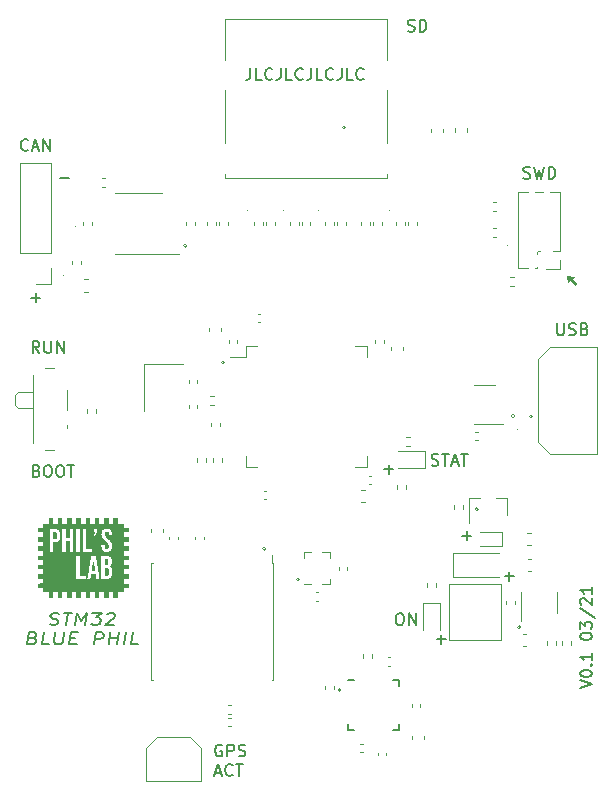
<source format=gbr>
%TF.GenerationSoftware,KiCad,Pcbnew,(5.1.7)-1*%
%TF.CreationDate,2021-03-16T10:20:49+01:00*%
%TF.ProjectId,BluePhil,426c7565-5068-4696-9c2e-6b696361645f,rev?*%
%TF.SameCoordinates,Original*%
%TF.FileFunction,Legend,Top*%
%TF.FilePolarity,Positive*%
%FSLAX46Y46*%
G04 Gerber Fmt 4.6, Leading zero omitted, Abs format (unit mm)*
G04 Created by KiCad (PCBNEW (5.1.7)-1) date 2021-03-16 10:20:49*
%MOMM*%
%LPD*%
G01*
G04 APERTURE LIST*
%ADD10C,0.150000*%
%ADD11C,0.120000*%
%ADD12C,0.100000*%
%ADD13C,0.010000*%
G04 APERTURE END LIST*
D10*
X125069047Y-100221428D02*
X125830952Y-100221428D01*
X125450000Y-100602380D02*
X125450000Y-99840476D01*
X124623809Y-85454761D02*
X124766666Y-85502380D01*
X125004761Y-85502380D01*
X125100000Y-85454761D01*
X125147619Y-85407142D01*
X125195238Y-85311904D01*
X125195238Y-85216666D01*
X125147619Y-85121428D01*
X125100000Y-85073809D01*
X125004761Y-85026190D01*
X124814285Y-84978571D01*
X124719047Y-84930952D01*
X124671428Y-84883333D01*
X124623809Y-84788095D01*
X124623809Y-84692857D01*
X124671428Y-84597619D01*
X124719047Y-84550000D01*
X124814285Y-84502380D01*
X125052380Y-84502380D01*
X125195238Y-84550000D01*
X125480952Y-84502380D02*
X126052380Y-84502380D01*
X125766666Y-85502380D02*
X125766666Y-84502380D01*
X126338095Y-85216666D02*
X126814285Y-85216666D01*
X126242857Y-85502380D02*
X126576190Y-84502380D01*
X126909523Y-85502380D01*
X127100000Y-84502380D02*
X127671428Y-84502380D01*
X127385714Y-85502380D02*
X127385714Y-84502380D01*
X121830952Y-98002380D02*
X122021428Y-98002380D01*
X122116666Y-98050000D01*
X122211904Y-98145238D01*
X122259523Y-98335714D01*
X122259523Y-98669047D01*
X122211904Y-98859523D01*
X122116666Y-98954761D01*
X122021428Y-99002380D01*
X121830952Y-99002380D01*
X121735714Y-98954761D01*
X121640476Y-98859523D01*
X121592857Y-98669047D01*
X121592857Y-98335714D01*
X121640476Y-98145238D01*
X121735714Y-98050000D01*
X121830952Y-98002380D01*
X122688095Y-99002380D02*
X122688095Y-98002380D01*
X123259523Y-99002380D01*
X123259523Y-98002380D01*
X137202380Y-104333333D02*
X138202380Y-104000000D01*
X137202380Y-103666666D01*
X137202380Y-103142857D02*
X137202380Y-103047619D01*
X137250000Y-102952380D01*
X137297619Y-102904761D01*
X137392857Y-102857142D01*
X137583333Y-102809523D01*
X137821428Y-102809523D01*
X138011904Y-102857142D01*
X138107142Y-102904761D01*
X138154761Y-102952380D01*
X138202380Y-103047619D01*
X138202380Y-103142857D01*
X138154761Y-103238095D01*
X138107142Y-103285714D01*
X138011904Y-103333333D01*
X137821428Y-103380952D01*
X137583333Y-103380952D01*
X137392857Y-103333333D01*
X137297619Y-103285714D01*
X137250000Y-103238095D01*
X137202380Y-103142857D01*
X138107142Y-102380952D02*
X138154761Y-102333333D01*
X138202380Y-102380952D01*
X138154761Y-102428571D01*
X138107142Y-102380952D01*
X138202380Y-102380952D01*
X138202380Y-101380952D02*
X138202380Y-101952380D01*
X138202380Y-101666666D02*
X137202380Y-101666666D01*
X137345238Y-101761904D01*
X137440476Y-101857142D01*
X137488095Y-101952380D01*
X137202380Y-100000000D02*
X137202380Y-99904761D01*
X137250000Y-99809523D01*
X137297619Y-99761904D01*
X137392857Y-99714285D01*
X137583333Y-99666666D01*
X137821428Y-99666666D01*
X138011904Y-99714285D01*
X138107142Y-99761904D01*
X138154761Y-99809523D01*
X138202380Y-99904761D01*
X138202380Y-100000000D01*
X138154761Y-100095238D01*
X138107142Y-100142857D01*
X138011904Y-100190476D01*
X137821428Y-100238095D01*
X137583333Y-100238095D01*
X137392857Y-100190476D01*
X137297619Y-100142857D01*
X137250000Y-100095238D01*
X137202380Y-100000000D01*
X137202380Y-99333333D02*
X137202380Y-98714285D01*
X137583333Y-99047619D01*
X137583333Y-98904761D01*
X137630952Y-98809523D01*
X137678571Y-98761904D01*
X137773809Y-98714285D01*
X138011904Y-98714285D01*
X138107142Y-98761904D01*
X138154761Y-98809523D01*
X138202380Y-98904761D01*
X138202380Y-99190476D01*
X138154761Y-99285714D01*
X138107142Y-99333333D01*
X137154761Y-97571428D02*
X138440476Y-98428571D01*
X137297619Y-97285714D02*
X137250000Y-97238095D01*
X137202380Y-97142857D01*
X137202380Y-96904761D01*
X137250000Y-96809523D01*
X137297619Y-96761904D01*
X137392857Y-96714285D01*
X137488095Y-96714285D01*
X137630952Y-96761904D01*
X138202380Y-97333333D01*
X138202380Y-96714285D01*
X138202380Y-95761904D02*
X138202380Y-96333333D01*
X138202380Y-96047619D02*
X137202380Y-96047619D01*
X137345238Y-96142857D01*
X137440476Y-96238095D01*
X137488095Y-96333333D01*
X92267872Y-98929761D02*
X92440491Y-98977380D01*
X92738110Y-98977380D01*
X92863110Y-98929761D01*
X92928586Y-98882142D01*
X93000014Y-98786904D01*
X93011919Y-98691666D01*
X92964300Y-98596428D01*
X92910729Y-98548809D01*
X92797633Y-98501190D01*
X92565491Y-98453571D01*
X92452395Y-98405952D01*
X92398824Y-98358333D01*
X92351205Y-98263095D01*
X92363110Y-98167857D01*
X92434538Y-98072619D01*
X92500014Y-98025000D01*
X92625014Y-97977380D01*
X92922633Y-97977380D01*
X93095252Y-98025000D01*
X93458348Y-97977380D02*
X94172633Y-97977380D01*
X93690491Y-98977380D02*
X93815491Y-97977380D01*
X94464300Y-98977380D02*
X94589300Y-97977380D01*
X94916681Y-98691666D01*
X95422633Y-97977380D01*
X95297633Y-98977380D01*
X95898824Y-97977380D02*
X96672633Y-97977380D01*
X96208348Y-98358333D01*
X96386919Y-98358333D01*
X96500014Y-98405952D01*
X96553586Y-98453571D01*
X96601205Y-98548809D01*
X96571443Y-98786904D01*
X96500014Y-98882142D01*
X96434538Y-98929761D01*
X96309538Y-98977380D01*
X95952395Y-98977380D01*
X95839300Y-98929761D01*
X95785729Y-98882142D01*
X97136919Y-98072619D02*
X97202395Y-98025000D01*
X97327395Y-97977380D01*
X97625014Y-97977380D01*
X97738110Y-98025000D01*
X97791681Y-98072619D01*
X97839300Y-98167857D01*
X97827395Y-98263095D01*
X97750014Y-98405952D01*
X96964300Y-98977380D01*
X97738110Y-98977380D01*
X90869062Y-100103571D02*
X91041681Y-100151190D01*
X91095252Y-100198809D01*
X91142872Y-100294047D01*
X91125014Y-100436904D01*
X91053586Y-100532142D01*
X90988110Y-100579761D01*
X90863110Y-100627380D01*
X90386919Y-100627380D01*
X90511919Y-99627380D01*
X90928586Y-99627380D01*
X91041681Y-99675000D01*
X91095252Y-99722619D01*
X91142872Y-99817857D01*
X91130967Y-99913095D01*
X91059538Y-100008333D01*
X90994062Y-100055952D01*
X90869062Y-100103571D01*
X90452395Y-100103571D01*
X92232157Y-100627380D02*
X91636919Y-100627380D01*
X91761919Y-99627380D01*
X92773824Y-99627380D02*
X92672633Y-100436904D01*
X92720252Y-100532142D01*
X92773824Y-100579761D01*
X92886919Y-100627380D01*
X93125014Y-100627380D01*
X93250014Y-100579761D01*
X93315491Y-100532142D01*
X93386919Y-100436904D01*
X93488110Y-99627380D01*
X94023824Y-100103571D02*
X94440491Y-100103571D01*
X94553586Y-100627380D02*
X93958348Y-100627380D01*
X94083348Y-99627380D01*
X94678586Y-99627380D01*
X96041681Y-100627380D02*
X96166681Y-99627380D01*
X96642872Y-99627380D01*
X96755967Y-99675000D01*
X96809538Y-99722619D01*
X96857157Y-99817857D01*
X96839300Y-99960714D01*
X96767872Y-100055952D01*
X96702395Y-100103571D01*
X96577395Y-100151190D01*
X96101205Y-100151190D01*
X97291681Y-100627380D02*
X97416681Y-99627380D01*
X97357157Y-100103571D02*
X98071443Y-100103571D01*
X98005967Y-100627380D02*
X98130967Y-99627380D01*
X98601205Y-100627380D02*
X98726205Y-99627380D01*
X99791681Y-100627380D02*
X99196443Y-100627380D01*
X99321443Y-99627380D01*
X90719047Y-71271428D02*
X91480952Y-71271428D01*
X91100000Y-71652380D02*
X91100000Y-70890476D01*
X93119047Y-61171428D02*
X93880952Y-61171428D01*
X120619047Y-85821428D02*
X121380952Y-85821428D01*
X121000000Y-86202380D02*
X121000000Y-85440476D01*
X127219047Y-91421428D02*
X127980952Y-91421428D01*
X127600000Y-91802380D02*
X127600000Y-91040476D01*
X130819047Y-94871428D02*
X131580952Y-94871428D01*
X131200000Y-95252380D02*
X131200000Y-94490476D01*
D11*
X113441421Y-95150000D02*
G75*
G03*
X113441421Y-95150000I-141421J0D01*
G01*
X113350000Y-95150000D02*
G75*
G03*
X113350000Y-95150000I-50000J0D01*
G01*
X103891421Y-66900000D02*
G75*
G03*
X103891421Y-66900000I-141421J0D01*
G01*
X103800000Y-66900000D02*
G75*
G03*
X103800000Y-66900000I-50000J0D01*
G01*
X107091421Y-76750000D02*
G75*
G03*
X107091421Y-76750000I-141421J0D01*
G01*
X107000000Y-76750000D02*
G75*
G03*
X107000000Y-76750000I-50000J0D01*
G01*
X110591421Y-92550000D02*
G75*
G03*
X110591421Y-92550000I-141421J0D01*
G01*
X110500000Y-92550000D02*
G75*
G03*
X110500000Y-92550000I-50000J0D01*
G01*
X116941421Y-104500000D02*
G75*
G03*
X116941421Y-104500000I-141421J0D01*
G01*
X116850000Y-104500000D02*
G75*
G03*
X116850000Y-104500000I-50000J0D01*
G01*
X132191421Y-99200000D02*
G75*
G03*
X132191421Y-99200000I-141421J0D01*
G01*
X132100000Y-99200000D02*
G75*
G03*
X132100000Y-99200000I-50000J0D01*
G01*
X128591421Y-89200000D02*
G75*
G03*
X128591421Y-89200000I-141421J0D01*
G01*
X128500000Y-89200000D02*
G75*
G03*
X128500000Y-89200000I-50000J0D01*
G01*
X133191421Y-81350000D02*
G75*
G03*
X133191421Y-81350000I-141421J0D01*
G01*
X133100000Y-81350000D02*
G75*
G03*
X133100000Y-81350000I-50000J0D01*
G01*
X131641421Y-81300000D02*
G75*
G03*
X131641421Y-81300000I-141421J0D01*
G01*
X131550000Y-81300000D02*
G75*
G03*
X131550000Y-81300000I-50000J0D01*
G01*
X117341421Y-56850000D02*
G75*
G03*
X117341421Y-56850000I-141421J0D01*
G01*
X117250000Y-56850000D02*
G75*
G03*
X117250000Y-56850000I-50000J0D01*
G01*
D12*
G36*
X136632843Y-69517157D02*
G01*
X136491422Y-69658578D01*
X136880330Y-70047487D01*
X136738909Y-70188908D01*
X136350000Y-69800000D01*
X136208579Y-69941421D01*
X136102513Y-69411091D01*
X136632843Y-69517157D01*
G37*
X136632843Y-69517157D02*
X136491422Y-69658578D01*
X136880330Y-70047487D01*
X136738909Y-70188908D01*
X136350000Y-69800000D01*
X136208579Y-69941421D01*
X136102513Y-69411091D01*
X136632843Y-69517157D01*
D10*
X109280952Y-51852380D02*
X109280952Y-52566666D01*
X109233333Y-52709523D01*
X109138095Y-52804761D01*
X108995238Y-52852380D01*
X108900000Y-52852380D01*
X110233333Y-52852380D02*
X109757142Y-52852380D01*
X109757142Y-51852380D01*
X111138095Y-52757142D02*
X111090476Y-52804761D01*
X110947619Y-52852380D01*
X110852380Y-52852380D01*
X110709523Y-52804761D01*
X110614285Y-52709523D01*
X110566666Y-52614285D01*
X110519047Y-52423809D01*
X110519047Y-52280952D01*
X110566666Y-52090476D01*
X110614285Y-51995238D01*
X110709523Y-51900000D01*
X110852380Y-51852380D01*
X110947619Y-51852380D01*
X111090476Y-51900000D01*
X111138095Y-51947619D01*
X111852380Y-51852380D02*
X111852380Y-52566666D01*
X111804761Y-52709523D01*
X111709523Y-52804761D01*
X111566666Y-52852380D01*
X111471428Y-52852380D01*
X112804761Y-52852380D02*
X112328571Y-52852380D01*
X112328571Y-51852380D01*
X113709523Y-52757142D02*
X113661904Y-52804761D01*
X113519047Y-52852380D01*
X113423809Y-52852380D01*
X113280952Y-52804761D01*
X113185714Y-52709523D01*
X113138095Y-52614285D01*
X113090476Y-52423809D01*
X113090476Y-52280952D01*
X113138095Y-52090476D01*
X113185714Y-51995238D01*
X113280952Y-51900000D01*
X113423809Y-51852380D01*
X113519047Y-51852380D01*
X113661904Y-51900000D01*
X113709523Y-51947619D01*
X114423809Y-51852380D02*
X114423809Y-52566666D01*
X114376190Y-52709523D01*
X114280952Y-52804761D01*
X114138095Y-52852380D01*
X114042857Y-52852380D01*
X115376190Y-52852380D02*
X114900000Y-52852380D01*
X114900000Y-51852380D01*
X116280952Y-52757142D02*
X116233333Y-52804761D01*
X116090476Y-52852380D01*
X115995238Y-52852380D01*
X115852380Y-52804761D01*
X115757142Y-52709523D01*
X115709523Y-52614285D01*
X115661904Y-52423809D01*
X115661904Y-52280952D01*
X115709523Y-52090476D01*
X115757142Y-51995238D01*
X115852380Y-51900000D01*
X115995238Y-51852380D01*
X116090476Y-51852380D01*
X116233333Y-51900000D01*
X116280952Y-51947619D01*
X116995238Y-51852380D02*
X116995238Y-52566666D01*
X116947619Y-52709523D01*
X116852380Y-52804761D01*
X116709523Y-52852380D01*
X116614285Y-52852380D01*
X117947619Y-52852380D02*
X117471428Y-52852380D01*
X117471428Y-51852380D01*
X118852380Y-52757142D02*
X118804761Y-52804761D01*
X118661904Y-52852380D01*
X118566666Y-52852380D01*
X118423809Y-52804761D01*
X118328571Y-52709523D01*
X118280952Y-52614285D01*
X118233333Y-52423809D01*
X118233333Y-52280952D01*
X118280952Y-52090476D01*
X118328571Y-51995238D01*
X118423809Y-51900000D01*
X118566666Y-51852380D01*
X118661904Y-51852380D01*
X118804761Y-51900000D01*
X118852380Y-51947619D01*
X122614285Y-48704761D02*
X122757142Y-48752380D01*
X122995238Y-48752380D01*
X123090476Y-48704761D01*
X123138095Y-48657142D01*
X123185714Y-48561904D01*
X123185714Y-48466666D01*
X123138095Y-48371428D01*
X123090476Y-48323809D01*
X122995238Y-48276190D01*
X122804761Y-48228571D01*
X122709523Y-48180952D01*
X122661904Y-48133333D01*
X122614285Y-48038095D01*
X122614285Y-47942857D01*
X122661904Y-47847619D01*
X122709523Y-47800000D01*
X122804761Y-47752380D01*
X123042857Y-47752380D01*
X123185714Y-47800000D01*
X123614285Y-48752380D02*
X123614285Y-47752380D01*
X123852380Y-47752380D01*
X123995238Y-47800000D01*
X124090476Y-47895238D01*
X124138095Y-47990476D01*
X124185714Y-48180952D01*
X124185714Y-48323809D01*
X124138095Y-48514285D01*
X124090476Y-48609523D01*
X123995238Y-48704761D01*
X123852380Y-48752380D01*
X123614285Y-48752380D01*
X90457142Y-58757142D02*
X90409523Y-58804761D01*
X90266666Y-58852380D01*
X90171428Y-58852380D01*
X90028571Y-58804761D01*
X89933333Y-58709523D01*
X89885714Y-58614285D01*
X89838095Y-58423809D01*
X89838095Y-58280952D01*
X89885714Y-58090476D01*
X89933333Y-57995238D01*
X90028571Y-57900000D01*
X90171428Y-57852380D01*
X90266666Y-57852380D01*
X90409523Y-57900000D01*
X90457142Y-57947619D01*
X90838095Y-58566666D02*
X91314285Y-58566666D01*
X90742857Y-58852380D02*
X91076190Y-57852380D01*
X91409523Y-58852380D01*
X91742857Y-58852380D02*
X91742857Y-57852380D01*
X92314285Y-58852380D01*
X92314285Y-57852380D01*
X132392857Y-61154761D02*
X132535714Y-61202380D01*
X132773809Y-61202380D01*
X132869047Y-61154761D01*
X132916666Y-61107142D01*
X132964285Y-61011904D01*
X132964285Y-60916666D01*
X132916666Y-60821428D01*
X132869047Y-60773809D01*
X132773809Y-60726190D01*
X132583333Y-60678571D01*
X132488095Y-60630952D01*
X132440476Y-60583333D01*
X132392857Y-60488095D01*
X132392857Y-60392857D01*
X132440476Y-60297619D01*
X132488095Y-60250000D01*
X132583333Y-60202380D01*
X132821428Y-60202380D01*
X132964285Y-60250000D01*
X133297619Y-60202380D02*
X133535714Y-61202380D01*
X133726190Y-60488095D01*
X133916666Y-61202380D01*
X134154761Y-60202380D01*
X134535714Y-61202380D02*
X134535714Y-60202380D01*
X134773809Y-60202380D01*
X134916666Y-60250000D01*
X135011904Y-60345238D01*
X135059523Y-60440476D01*
X135107142Y-60630952D01*
X135107142Y-60773809D01*
X135059523Y-60964285D01*
X135011904Y-61059523D01*
X134916666Y-61154761D01*
X134773809Y-61202380D01*
X134535714Y-61202380D01*
X135238095Y-73452380D02*
X135238095Y-74261904D01*
X135285714Y-74357142D01*
X135333333Y-74404761D01*
X135428571Y-74452380D01*
X135619047Y-74452380D01*
X135714285Y-74404761D01*
X135761904Y-74357142D01*
X135809523Y-74261904D01*
X135809523Y-73452380D01*
X136238095Y-74404761D02*
X136380952Y-74452380D01*
X136619047Y-74452380D01*
X136714285Y-74404761D01*
X136761904Y-74357142D01*
X136809523Y-74261904D01*
X136809523Y-74166666D01*
X136761904Y-74071428D01*
X136714285Y-74023809D01*
X136619047Y-73976190D01*
X136428571Y-73928571D01*
X136333333Y-73880952D01*
X136285714Y-73833333D01*
X136238095Y-73738095D01*
X136238095Y-73642857D01*
X136285714Y-73547619D01*
X136333333Y-73500000D01*
X136428571Y-73452380D01*
X136666666Y-73452380D01*
X136809523Y-73500000D01*
X137571428Y-73928571D02*
X137714285Y-73976190D01*
X137761904Y-74023809D01*
X137809523Y-74119047D01*
X137809523Y-74261904D01*
X137761904Y-74357142D01*
X137714285Y-74404761D01*
X137619047Y-74452380D01*
X137238095Y-74452380D01*
X137238095Y-73452380D01*
X137571428Y-73452380D01*
X137666666Y-73500000D01*
X137714285Y-73547619D01*
X137761904Y-73642857D01*
X137761904Y-73738095D01*
X137714285Y-73833333D01*
X137666666Y-73880952D01*
X137571428Y-73928571D01*
X137238095Y-73928571D01*
X106859404Y-109175000D02*
X106764166Y-109127380D01*
X106621309Y-109127380D01*
X106478452Y-109175000D01*
X106383214Y-109270238D01*
X106335595Y-109365476D01*
X106287976Y-109555952D01*
X106287976Y-109698809D01*
X106335595Y-109889285D01*
X106383214Y-109984523D01*
X106478452Y-110079761D01*
X106621309Y-110127380D01*
X106716547Y-110127380D01*
X106859404Y-110079761D01*
X106907023Y-110032142D01*
X106907023Y-109698809D01*
X106716547Y-109698809D01*
X107335595Y-110127380D02*
X107335595Y-109127380D01*
X107716547Y-109127380D01*
X107811785Y-109175000D01*
X107859404Y-109222619D01*
X107907023Y-109317857D01*
X107907023Y-109460714D01*
X107859404Y-109555952D01*
X107811785Y-109603571D01*
X107716547Y-109651190D01*
X107335595Y-109651190D01*
X108287976Y-110079761D02*
X108430833Y-110127380D01*
X108668928Y-110127380D01*
X108764166Y-110079761D01*
X108811785Y-110032142D01*
X108859404Y-109936904D01*
X108859404Y-109841666D01*
X108811785Y-109746428D01*
X108764166Y-109698809D01*
X108668928Y-109651190D01*
X108478452Y-109603571D01*
X108383214Y-109555952D01*
X108335595Y-109508333D01*
X108287976Y-109413095D01*
X108287976Y-109317857D01*
X108335595Y-109222619D01*
X108383214Y-109175000D01*
X108478452Y-109127380D01*
X108716547Y-109127380D01*
X108859404Y-109175000D01*
X106287976Y-111491666D02*
X106764166Y-111491666D01*
X106192738Y-111777380D02*
X106526071Y-110777380D01*
X106859404Y-111777380D01*
X107764166Y-111682142D02*
X107716547Y-111729761D01*
X107573690Y-111777380D01*
X107478452Y-111777380D01*
X107335595Y-111729761D01*
X107240357Y-111634523D01*
X107192738Y-111539285D01*
X107145119Y-111348809D01*
X107145119Y-111205952D01*
X107192738Y-111015476D01*
X107240357Y-110920238D01*
X107335595Y-110825000D01*
X107478452Y-110777380D01*
X107573690Y-110777380D01*
X107716547Y-110825000D01*
X107764166Y-110872619D01*
X108049880Y-110777380D02*
X108621309Y-110777380D01*
X108335595Y-111777380D02*
X108335595Y-110777380D01*
X91168928Y-85928571D02*
X91311785Y-85976190D01*
X91359404Y-86023809D01*
X91407023Y-86119047D01*
X91407023Y-86261904D01*
X91359404Y-86357142D01*
X91311785Y-86404761D01*
X91216547Y-86452380D01*
X90835595Y-86452380D01*
X90835595Y-85452380D01*
X91168928Y-85452380D01*
X91264166Y-85500000D01*
X91311785Y-85547619D01*
X91359404Y-85642857D01*
X91359404Y-85738095D01*
X91311785Y-85833333D01*
X91264166Y-85880952D01*
X91168928Y-85928571D01*
X90835595Y-85928571D01*
X92026071Y-85452380D02*
X92216547Y-85452380D01*
X92311785Y-85500000D01*
X92407023Y-85595238D01*
X92454642Y-85785714D01*
X92454642Y-86119047D01*
X92407023Y-86309523D01*
X92311785Y-86404761D01*
X92216547Y-86452380D01*
X92026071Y-86452380D01*
X91930833Y-86404761D01*
X91835595Y-86309523D01*
X91787976Y-86119047D01*
X91787976Y-85785714D01*
X91835595Y-85595238D01*
X91930833Y-85500000D01*
X92026071Y-85452380D01*
X93073690Y-85452380D02*
X93264166Y-85452380D01*
X93359404Y-85500000D01*
X93454642Y-85595238D01*
X93502261Y-85785714D01*
X93502261Y-86119047D01*
X93454642Y-86309523D01*
X93359404Y-86404761D01*
X93264166Y-86452380D01*
X93073690Y-86452380D01*
X92978452Y-86404761D01*
X92883214Y-86309523D01*
X92835595Y-86119047D01*
X92835595Y-85785714D01*
X92883214Y-85595238D01*
X92978452Y-85500000D01*
X93073690Y-85452380D01*
X93787976Y-85452380D02*
X94359404Y-85452380D01*
X94073690Y-86452380D02*
X94073690Y-85452380D01*
X91407023Y-75952380D02*
X91073690Y-75476190D01*
X90835595Y-75952380D02*
X90835595Y-74952380D01*
X91216547Y-74952380D01*
X91311785Y-75000000D01*
X91359404Y-75047619D01*
X91407023Y-75142857D01*
X91407023Y-75285714D01*
X91359404Y-75380952D01*
X91311785Y-75428571D01*
X91216547Y-75476190D01*
X90835595Y-75476190D01*
X91835595Y-74952380D02*
X91835595Y-75761904D01*
X91883214Y-75857142D01*
X91930833Y-75904761D01*
X92026071Y-75952380D01*
X92216547Y-75952380D01*
X92311785Y-75904761D01*
X92359404Y-75857142D01*
X92407023Y-75761904D01*
X92407023Y-74952380D01*
X92883214Y-75952380D02*
X92883214Y-74952380D01*
X93454642Y-75952380D01*
X93454642Y-74952380D01*
D13*
%TO.C,G\u002A\u002A\u002A*%
G36*
X95628963Y-90188059D02*
G01*
X95630591Y-90412964D01*
X96117383Y-90416208D01*
X96117383Y-89963379D01*
X96415039Y-89963379D01*
X96415039Y-90416208D01*
X96901831Y-90412964D01*
X96903459Y-90188171D01*
X96905086Y-89963379D01*
X97202588Y-89963379D01*
X97202588Y-90416064D01*
X97673877Y-90416064D01*
X97673877Y-89963379D01*
X97983781Y-89963379D01*
X97985408Y-90188171D01*
X97987036Y-90412964D01*
X98473828Y-90416208D01*
X98473828Y-90769531D01*
X98876904Y-90769531D01*
X98876904Y-91067188D01*
X98473828Y-91067188D01*
X98473828Y-91557080D01*
X98876904Y-91557080D01*
X98876904Y-91854736D01*
X98473828Y-91854736D01*
X98473828Y-92338428D01*
X98876904Y-92338428D01*
X98876904Y-92636084D01*
X98473828Y-92636084D01*
X98473828Y-93125977D01*
X98876904Y-93125977D01*
X98876904Y-93423633D01*
X98473828Y-93423633D01*
X98473828Y-93913525D01*
X98877129Y-93913525D01*
X98875466Y-94060803D01*
X98873804Y-94208081D01*
X98473828Y-94211353D01*
X98473828Y-94701074D01*
X98877129Y-94701074D01*
X98875466Y-94848352D01*
X98873804Y-94995630D01*
X98473828Y-94998902D01*
X98473828Y-95482422D01*
X98876904Y-95482422D01*
X98876904Y-95780078D01*
X98473828Y-95780078D01*
X98473828Y-96139746D01*
X97983936Y-96139746D01*
X97983936Y-96592432D01*
X97673877Y-96592432D01*
X97673877Y-96139746D01*
X97202588Y-96139746D01*
X97202588Y-96592432D01*
X96904932Y-96592432D01*
X96904932Y-96139746D01*
X96415039Y-96139746D01*
X96415039Y-96592432D01*
X96117383Y-96592432D01*
X96117383Y-96139746D01*
X95627490Y-96139746D01*
X95627490Y-96592432D01*
X95482426Y-96592432D01*
X95435983Y-96592356D01*
X95400449Y-96592059D01*
X95374331Y-96591437D01*
X95356136Y-96590386D01*
X95344371Y-96588801D01*
X95337544Y-96586579D01*
X95334160Y-96583616D01*
X95333374Y-96582039D01*
X95332422Y-96573497D01*
X95331580Y-96554108D01*
X95330873Y-96525430D01*
X95330327Y-96489017D01*
X95329968Y-96446427D01*
X95329822Y-96399215D01*
X95329846Y-96369649D01*
X95329951Y-96320228D01*
X95330032Y-96274328D01*
X95330090Y-96233540D01*
X95330121Y-96199455D01*
X95330125Y-96173667D01*
X95330099Y-96157765D01*
X95330070Y-96153699D01*
X95329834Y-96139746D01*
X94846143Y-96139746D01*
X94846143Y-96592432D01*
X94548486Y-96592432D01*
X94548486Y-96139746D01*
X94058594Y-96139746D01*
X94058594Y-96592432D01*
X93760938Y-96592432D01*
X93760938Y-96139746D01*
X93270518Y-96139746D01*
X93272332Y-96366092D01*
X93274146Y-96592439D01*
X93123828Y-96592435D01*
X92973510Y-96592432D01*
X92973855Y-96367639D01*
X92974201Y-96142847D01*
X92729650Y-96141226D01*
X92668079Y-96140845D01*
X92617777Y-96140627D01*
X92577612Y-96140614D01*
X92546452Y-96140851D01*
X92523163Y-96141379D01*
X92506614Y-96142242D01*
X92495673Y-96143484D01*
X92489206Y-96145146D01*
X92486081Y-96147273D01*
X92485166Y-96149907D01*
X92485148Y-96150528D01*
X92485136Y-96159124D01*
X92485078Y-96178618D01*
X92484982Y-96207503D01*
X92484851Y-96244276D01*
X92484691Y-96287431D01*
X92484508Y-96335462D01*
X92484346Y-96376941D01*
X92483496Y-96592432D01*
X92338802Y-96592432D01*
X92297635Y-96592262D01*
X92260669Y-96591785D01*
X92229690Y-96591050D01*
X92206482Y-96590108D01*
X92192830Y-96589007D01*
X92189974Y-96588298D01*
X92189021Y-96581351D01*
X92188146Y-96563423D01*
X92187374Y-96535936D01*
X92186732Y-96500311D01*
X92186245Y-96457970D01*
X92185939Y-96410335D01*
X92185840Y-96361955D01*
X92185840Y-96139746D01*
X91739546Y-96139746D01*
X91737900Y-95961462D01*
X91736255Y-95783179D01*
X91511462Y-95781551D01*
X91286670Y-95779923D01*
X91286670Y-95482577D01*
X91511462Y-95480949D01*
X91736255Y-95479321D01*
X91737878Y-95239026D01*
X91738914Y-95085547D01*
X95384659Y-95085547D01*
X95732348Y-95085547D01*
X95735789Y-95065393D01*
X95737639Y-95053686D01*
X95740977Y-95031688D01*
X95745508Y-95001383D01*
X95750935Y-94964754D01*
X95756963Y-94923784D01*
X95760970Y-94896411D01*
X95767246Y-94853489D01*
X95773113Y-94813440D01*
X95778274Y-94778297D01*
X95782428Y-94750094D01*
X95785278Y-94730865D01*
X95786260Y-94724329D01*
X95789811Y-94701074D01*
X96090877Y-94701074D01*
X96098048Y-94746033D01*
X96103109Y-94779574D01*
X96107439Y-94811682D01*
X96110634Y-94839086D01*
X96112289Y-94858515D01*
X96112425Y-94862305D01*
X96113394Y-94872142D01*
X96115924Y-94891410D01*
X96119625Y-94917545D01*
X96124107Y-94947986D01*
X96128979Y-94980170D01*
X96133851Y-95011535D01*
X96138333Y-95039519D01*
X96142035Y-95061559D01*
X96144566Y-95075094D01*
X96145243Y-95077795D01*
X96148941Y-95080157D01*
X96158876Y-95082026D01*
X96176107Y-95083446D01*
X96201695Y-95084463D01*
X96236700Y-95085121D01*
X96282182Y-95085466D01*
X96327662Y-95085547D01*
X96373597Y-95085392D01*
X96415388Y-95084956D01*
X96451458Y-95084278D01*
X96480233Y-95083398D01*
X96500139Y-95082356D01*
X96509600Y-95081193D01*
X96510145Y-95080896D01*
X96509876Y-95073828D01*
X96507749Y-95056085D01*
X96503992Y-95029220D01*
X96498833Y-94994783D01*
X96492500Y-94954327D01*
X96485221Y-94909402D01*
X96482716Y-94894256D01*
X96473025Y-94835411D01*
X96462179Y-94768631D01*
X96450869Y-94698247D01*
X96439791Y-94628588D01*
X96429637Y-94563983D01*
X96424113Y-94528387D01*
X96418188Y-94490466D01*
X96410469Y-94441876D01*
X96401211Y-94384179D01*
X96390668Y-94318938D01*
X96379094Y-94247714D01*
X96366744Y-94172072D01*
X96353872Y-94093572D01*
X96349583Y-94067521D01*
X96557666Y-94067521D01*
X96557694Y-94178492D01*
X96557776Y-94286107D01*
X96557910Y-94389711D01*
X96558091Y-94488649D01*
X96558318Y-94582268D01*
X96558587Y-94669912D01*
X96558895Y-94750926D01*
X96559240Y-94824657D01*
X96559617Y-94890449D01*
X96560025Y-94947648D01*
X96560460Y-94995599D01*
X96560919Y-95033648D01*
X96561399Y-95061140D01*
X96561897Y-95077420D01*
X96562317Y-95081944D01*
X96569261Y-95082812D01*
X96587396Y-95083518D01*
X96615512Y-95084053D01*
X96652399Y-95084410D01*
X96696847Y-95084581D01*
X96747645Y-95084559D01*
X96803583Y-95084336D01*
X96863450Y-95083906D01*
X96870825Y-95083840D01*
X96943098Y-95083123D01*
X97004096Y-95082371D01*
X97054947Y-95081541D01*
X97096780Y-95080591D01*
X97130722Y-95079481D01*
X97157901Y-95078167D01*
X97179445Y-95076609D01*
X97196481Y-95074764D01*
X97210138Y-95072591D01*
X97217803Y-95070967D01*
X97293352Y-95048444D01*
X97359196Y-95018362D01*
X97415754Y-94980320D01*
X97463447Y-94933921D01*
X97502693Y-94878767D01*
X97533912Y-94814458D01*
X97554760Y-94751167D01*
X97559382Y-94733617D01*
X97563025Y-94717915D01*
X97565807Y-94702285D01*
X97567850Y-94684953D01*
X97569274Y-94664146D01*
X97570199Y-94638089D01*
X97570745Y-94605008D01*
X97571032Y-94563129D01*
X97571181Y-94510677D01*
X97571185Y-94508838D01*
X97571072Y-94446039D01*
X97570325Y-94393840D01*
X97568751Y-94350445D01*
X97566158Y-94314059D01*
X97562353Y-94282888D01*
X97557144Y-94255136D01*
X97550339Y-94229007D01*
X97541743Y-94202708D01*
X97536938Y-94189531D01*
X97518325Y-94149421D01*
X97493328Y-94109355D01*
X97464240Y-94072215D01*
X97433355Y-94040883D01*
X97402967Y-94018240D01*
X97398621Y-94015786D01*
X97378024Y-94004694D01*
X97409124Y-93979263D01*
X97448149Y-93939854D01*
X97481445Y-93890796D01*
X97508014Y-93833907D01*
X97526855Y-93771004D01*
X97528865Y-93761597D01*
X97536055Y-93714235D01*
X97540531Y-93658664D01*
X97542353Y-93598124D01*
X97541581Y-93535858D01*
X97538273Y-93475107D01*
X97532490Y-93419110D01*
X97524292Y-93371110D01*
X97521463Y-93359117D01*
X97498943Y-93292903D01*
X97467280Y-93234172D01*
X97427026Y-93183636D01*
X97378730Y-93142007D01*
X97332085Y-93114314D01*
X97307081Y-93102493D01*
X97283269Y-93092436D01*
X97259414Y-93084003D01*
X97234283Y-93077052D01*
X97206640Y-93071443D01*
X97175251Y-93067034D01*
X97138881Y-93063684D01*
X97096296Y-93061253D01*
X97046260Y-93059598D01*
X96987540Y-93058580D01*
X96918901Y-93058056D01*
X96839107Y-93057887D01*
X96838269Y-93057887D01*
X96557666Y-93057764D01*
X96557666Y-94067521D01*
X96349583Y-94067521D01*
X96340732Y-94013778D01*
X96327578Y-93934253D01*
X96321564Y-93898022D01*
X96309170Y-93823353D01*
X96297167Y-93750880D01*
X96285742Y-93681748D01*
X96275084Y-93617100D01*
X96265380Y-93558080D01*
X96256820Y-93505834D01*
X96249589Y-93461505D01*
X96243877Y-93426237D01*
X96239871Y-93401175D01*
X96238063Y-93389526D01*
X96230355Y-93338584D01*
X96222484Y-93287309D01*
X96214738Y-93237517D01*
X96207404Y-93191021D01*
X96200772Y-93149635D01*
X96195128Y-93115174D01*
X96190762Y-93089451D01*
X96188071Y-93074817D01*
X96184610Y-93057764D01*
X95720201Y-93057764D01*
X95715051Y-93071716D01*
X95711548Y-93085445D01*
X95707903Y-93106248D01*
X95705706Y-93122876D01*
X95704104Y-93134236D01*
X95700612Y-93156930D01*
X95695377Y-93190057D01*
X95688546Y-93232715D01*
X95680263Y-93284004D01*
X95670677Y-93343024D01*
X95659933Y-93408873D01*
X95648178Y-93480652D01*
X95635559Y-93557458D01*
X95622221Y-93638392D01*
X95608311Y-93722553D01*
X95602873Y-93755396D01*
X95588825Y-93840233D01*
X95575311Y-93921963D01*
X95562473Y-93999710D01*
X95550455Y-94072596D01*
X95539402Y-94139744D01*
X95529458Y-94200278D01*
X95520766Y-94253321D01*
X95513471Y-94297994D01*
X95507716Y-94333423D01*
X95503647Y-94358729D01*
X95501405Y-94373035D01*
X95501049Y-94375513D01*
X95498515Y-94394469D01*
X95494966Y-94420070D01*
X95491275Y-94446053D01*
X95488960Y-94461194D01*
X95484934Y-94486513D01*
X95479445Y-94520508D01*
X95472742Y-94561677D01*
X95465072Y-94608520D01*
X95456686Y-94659535D01*
X95447832Y-94713220D01*
X95438758Y-94768074D01*
X95429714Y-94822595D01*
X95420947Y-94875283D01*
X95412707Y-94924635D01*
X95405242Y-94969150D01*
X95398801Y-95007328D01*
X95393632Y-95037666D01*
X95389985Y-95058662D01*
X95388176Y-95068494D01*
X95384659Y-95085547D01*
X91738914Y-95085547D01*
X91739501Y-94998730D01*
X91286670Y-94998730D01*
X91286670Y-94701229D01*
X91511462Y-94699601D01*
X91736255Y-94697974D01*
X91736559Y-94652302D01*
X94459649Y-94652302D01*
X94459671Y-94733407D01*
X94459722Y-94807280D01*
X94459801Y-94873247D01*
X94459909Y-94930635D01*
X94460045Y-94978769D01*
X94460209Y-95016976D01*
X94460400Y-95044583D01*
X94460617Y-95060916D01*
X94460779Y-95065230D01*
X94462989Y-95085221D01*
X94892896Y-95085463D01*
X94987843Y-95085435D01*
X95070603Y-95085236D01*
X95141391Y-95084861D01*
X95200422Y-95084309D01*
X95247910Y-95083575D01*
X95284069Y-95082658D01*
X95309115Y-95081553D01*
X95323262Y-95080257D01*
X95326837Y-95079178D01*
X95328029Y-95070917D01*
X95328983Y-95050618D01*
X95329694Y-95018642D01*
X95330159Y-94975351D01*
X95330375Y-94921107D01*
X95330339Y-94856271D01*
X95330046Y-94781205D01*
X95329899Y-94755404D01*
X95329201Y-94752723D01*
X95326402Y-94750510D01*
X95320389Y-94748710D01*
X95310052Y-94747270D01*
X95294277Y-94746135D01*
X95271954Y-94745249D01*
X95241971Y-94744559D01*
X95203215Y-94744010D01*
X95154576Y-94743548D01*
X95094941Y-94743117D01*
X95077136Y-94743002D01*
X94824438Y-94741382D01*
X94822866Y-93899573D01*
X94821293Y-93057764D01*
X94461745Y-93057764D01*
X94460157Y-94051501D01*
X94459995Y-94161858D01*
X94459864Y-94269024D01*
X94459764Y-94372324D01*
X94459696Y-94471087D01*
X94459658Y-94564637D01*
X94459649Y-94652302D01*
X91736559Y-94652302D01*
X91739499Y-94211182D01*
X91286670Y-94211182D01*
X91286670Y-93913680D01*
X91511462Y-93912052D01*
X91736255Y-93910425D01*
X91736255Y-93426733D01*
X91511462Y-93425106D01*
X91286670Y-93423478D01*
X91286670Y-93125977D01*
X91739499Y-93125977D01*
X91737352Y-92803700D01*
X92185840Y-92803700D01*
X92206513Y-92803516D01*
X93271008Y-92803516D01*
X93636914Y-92803516D01*
X93636914Y-91916748D01*
X93909683Y-91916748D01*
X93911275Y-92358582D01*
X93912866Y-92800415D01*
X94094250Y-92802059D01*
X94275635Y-92803703D01*
X94275635Y-92803516D01*
X94449268Y-92803516D01*
X94815137Y-92803516D01*
X94815137Y-91795825D01*
X94815146Y-91684970D01*
X94815174Y-91577471D01*
X94815218Y-91473984D01*
X94815279Y-91375165D01*
X94815355Y-91281669D01*
X94815444Y-91194151D01*
X94815547Y-91113266D01*
X94815662Y-91039669D01*
X94815788Y-90974017D01*
X94815924Y-90916964D01*
X94816070Y-90869165D01*
X94816223Y-90831277D01*
X94816383Y-90803953D01*
X94816550Y-90787850D01*
X94816687Y-90783484D01*
X94811140Y-90782262D01*
X94794696Y-90781052D01*
X94768859Y-90779904D01*
X94735136Y-90778870D01*
X94695031Y-90778003D01*
X94650049Y-90777354D01*
X94633752Y-90777190D01*
X94469941Y-90775732D01*
X94988770Y-90775732D01*
X94988770Y-92803516D01*
X95863135Y-92803516D01*
X95863135Y-92462590D01*
X95610437Y-92460970D01*
X95357739Y-92459351D01*
X95357189Y-92164795D01*
X96576270Y-92164795D01*
X96576270Y-92247854D01*
X96578508Y-92335333D01*
X96585458Y-92412604D01*
X96597476Y-92481070D01*
X96614916Y-92542133D01*
X96638134Y-92597197D01*
X96667482Y-92647665D01*
X96682853Y-92669341D01*
X96722407Y-92712570D01*
X96771573Y-92750702D01*
X96828181Y-92782511D01*
X96890060Y-92806770D01*
X96952623Y-92821851D01*
X96989459Y-92825934D01*
X97034236Y-92827679D01*
X97082731Y-92827187D01*
X97130726Y-92824558D01*
X97173999Y-92819891D01*
X97196387Y-92816064D01*
X97268328Y-92795592D01*
X97333422Y-92765366D01*
X97390987Y-92725890D01*
X97440344Y-92677673D01*
X97480813Y-92621220D01*
X97496231Y-92592676D01*
X97514782Y-92552417D01*
X97528890Y-92515259D01*
X97539201Y-92478229D01*
X97546363Y-92438355D01*
X97551020Y-92392664D01*
X97553821Y-92338182D01*
X97554214Y-92326025D01*
X97554985Y-92264614D01*
X97553049Y-92212142D01*
X97548030Y-92165370D01*
X97539550Y-92121055D01*
X97527233Y-92075956D01*
X97523961Y-92065576D01*
X97495028Y-91993003D01*
X97455355Y-91920192D01*
X97406369Y-91849308D01*
X97349499Y-91782512D01*
X97313165Y-91746216D01*
X97295425Y-91729564D01*
X97271015Y-91706673D01*
X97242320Y-91679779D01*
X97211727Y-91651119D01*
X97187460Y-91628394D01*
X97150152Y-91593311D01*
X97120490Y-91564972D01*
X97096938Y-91541781D01*
X97077963Y-91522143D01*
X97062030Y-91504461D01*
X97047605Y-91487140D01*
X97033155Y-91468582D01*
X97030597Y-91465205D01*
X96994715Y-91409747D01*
X96970642Y-91353374D01*
X96957814Y-91294330D01*
X96955635Y-91231583D01*
X96960694Y-91184707D01*
X96971653Y-91148115D01*
X96989056Y-91120906D01*
X97013445Y-91102180D01*
X97039420Y-91092425D01*
X97072664Y-91088358D01*
X97106337Y-91091792D01*
X97137005Y-91101808D01*
X97161234Y-91117483D01*
X97170117Y-91127516D01*
X97180195Y-91143944D01*
X97187727Y-91161719D01*
X97193154Y-91183100D01*
X97196917Y-91210347D01*
X97199458Y-91245720D01*
X97201050Y-91285874D01*
X97204075Y-91383638D01*
X97377554Y-91381992D01*
X97551034Y-91380347D01*
X97550170Y-91278821D01*
X97548384Y-91213259D01*
X97543973Y-91157356D01*
X97536538Y-91108567D01*
X97525681Y-91064349D01*
X97511002Y-91022161D01*
X97509256Y-91017827D01*
X97477745Y-90952562D01*
X97440375Y-90897696D01*
X97396325Y-90852293D01*
X97344777Y-90815421D01*
X97319437Y-90801624D01*
X97282313Y-90784395D01*
X97247859Y-90771786D01*
X97212583Y-90762987D01*
X97172998Y-90757187D01*
X97125613Y-90753575D01*
X97109133Y-90752788D01*
X97022894Y-90753055D01*
X96945352Y-90761813D01*
X96875940Y-90779301D01*
X96814093Y-90805764D01*
X96759246Y-90841441D01*
X96710832Y-90886575D01*
X96668503Y-90941080D01*
X96636781Y-90998712D01*
X96612286Y-91064471D01*
X96595219Y-91136264D01*
X96585781Y-91211998D01*
X96584171Y-91289582D01*
X96590591Y-91366923D01*
X96605240Y-91441927D01*
X96616757Y-91481062D01*
X96634086Y-91524947D01*
X96657896Y-91573690D01*
X96686010Y-91623270D01*
X96716250Y-91669666D01*
X96726781Y-91684204D01*
X96747412Y-91709625D01*
X96776236Y-91741873D01*
X96812034Y-91779704D01*
X96853585Y-91821870D01*
X96899669Y-91867126D01*
X96949066Y-91914225D01*
X96982514Y-91945369D01*
X97032687Y-91993343D01*
X97073466Y-92036269D01*
X97106041Y-92075562D01*
X97131601Y-92112639D01*
X97148511Y-92143091D01*
X97165273Y-92180516D01*
X97176629Y-92215783D01*
X97183411Y-92252867D01*
X97186454Y-92295746D01*
X97186831Y-92326025D01*
X97185443Y-92368112D01*
X97180952Y-92400475D01*
X97172469Y-92425592D01*
X97159108Y-92445943D01*
X97139983Y-92464004D01*
X97136465Y-92466743D01*
X97124192Y-92475294D01*
X97112506Y-92480479D01*
X97097761Y-92483126D01*
X97076312Y-92484066D01*
X97059961Y-92484155D01*
X97033149Y-92483811D01*
X97015088Y-92482225D01*
X97002132Y-92478567D01*
X96990637Y-92472009D01*
X96983457Y-92466743D01*
X96967402Y-92453354D01*
X96955106Y-92439555D01*
X96946031Y-92423452D01*
X96939641Y-92403151D01*
X96935398Y-92376758D01*
X96932767Y-92342379D01*
X96931211Y-92298120D01*
X96930843Y-92281067D01*
X96928575Y-92164795D01*
X96576270Y-92164795D01*
X95357189Y-92164795D01*
X95356167Y-91617542D01*
X95355883Y-91465250D01*
X95922786Y-91465250D01*
X95922807Y-91465293D01*
X95929746Y-91466988D01*
X95946910Y-91468434D01*
X95972119Y-91469525D01*
X96003195Y-91470153D01*
X96023751Y-91470264D01*
X96121623Y-91470264D01*
X96151320Y-91406702D01*
X96164283Y-91378770D01*
X96180688Y-91343144D01*
X96198877Y-91303438D01*
X96217195Y-91263263D01*
X96227284Y-91241040D01*
X96243349Y-91205785D01*
X96258784Y-91172265D01*
X96272409Y-91143015D01*
X96283046Y-91120573D01*
X96288485Y-91109471D01*
X96293132Y-91099899D01*
X96296700Y-91090685D01*
X96299330Y-91080095D01*
X96301165Y-91066390D01*
X96302349Y-91047837D01*
X96303023Y-91022697D01*
X96303331Y-90989236D01*
X96303415Y-90945716D01*
X96303418Y-90927772D01*
X96303418Y-90775542D01*
X96125134Y-90777188D01*
X95946851Y-90778833D01*
X95945200Y-90952038D01*
X95944936Y-91000779D01*
X95945100Y-91043563D01*
X95945662Y-91079074D01*
X95946592Y-91105997D01*
X95947860Y-91123015D01*
X95949259Y-91128771D01*
X95958022Y-91130569D01*
X95975323Y-91131809D01*
X95995868Y-91132211D01*
X96016566Y-91132337D01*
X96031277Y-91132753D01*
X96036768Y-91133358D01*
X96034743Y-91139314D01*
X96029869Y-91151925D01*
X96029819Y-91152050D01*
X96021174Y-91174570D01*
X96010436Y-91203770D01*
X95998231Y-91237818D01*
X95985185Y-91274887D01*
X95971921Y-91313147D01*
X95959066Y-91350767D01*
X95947244Y-91385919D01*
X95937079Y-91416772D01*
X95929199Y-91441499D01*
X95924226Y-91458268D01*
X95922786Y-91465250D01*
X95355883Y-91465250D01*
X95354594Y-90775732D01*
X94988770Y-90775732D01*
X94469941Y-90775732D01*
X94449268Y-90775548D01*
X94449268Y-92803516D01*
X94275635Y-92803516D01*
X94275635Y-90775732D01*
X93909766Y-90775732D01*
X93909766Y-91575684D01*
X93636914Y-91575684D01*
X93636914Y-90775545D01*
X93274146Y-90778833D01*
X93272577Y-91791174D01*
X93271008Y-92803516D01*
X92206513Y-92803516D01*
X92370325Y-92802058D01*
X92554810Y-92800415D01*
X92556405Y-92401990D01*
X92558001Y-92003564D01*
X92621518Y-92003457D01*
X92714165Y-91999713D01*
X92797036Y-91988666D01*
X92870531Y-91970103D01*
X92935053Y-91943807D01*
X92991003Y-91909564D01*
X93038783Y-91867159D01*
X93078794Y-91816376D01*
X93111437Y-91757000D01*
X93120379Y-91736183D01*
X93131356Y-91707117D01*
X93140245Y-91678626D01*
X93147254Y-91648961D01*
X93152593Y-91616375D01*
X93156473Y-91579119D01*
X93159102Y-91535445D01*
X93160691Y-91483606D01*
X93161449Y-91421853D01*
X93161570Y-91392749D01*
X93161477Y-91328601D01*
X93160736Y-91275032D01*
X93159150Y-91230228D01*
X93156522Y-91192374D01*
X93152657Y-91159655D01*
X93147357Y-91130257D01*
X93140426Y-91102365D01*
X93131669Y-91074164D01*
X93125026Y-91055147D01*
X93106513Y-91009814D01*
X93085452Y-90971745D01*
X93058798Y-90936022D01*
X93034725Y-90909297D01*
X92989301Y-90867367D01*
X92941260Y-90835243D01*
X92886756Y-90810388D01*
X92882226Y-90808719D01*
X92860366Y-90801303D01*
X92838231Y-90795063D01*
X92814553Y-90789902D01*
X92788066Y-90785724D01*
X92757504Y-90782430D01*
X92721600Y-90779923D01*
X92679087Y-90778106D01*
X92628699Y-90776881D01*
X92569169Y-90776151D01*
X92499231Y-90775818D01*
X92454041Y-90775769D01*
X92185840Y-90775732D01*
X92185840Y-92803700D01*
X91737352Y-92803700D01*
X91736255Y-92639185D01*
X91511462Y-92637557D01*
X91286670Y-92635929D01*
X91286670Y-92338428D01*
X91739355Y-92338428D01*
X91739355Y-91854736D01*
X91286670Y-91854736D01*
X91286670Y-91557235D01*
X91511462Y-91555607D01*
X91736255Y-91553979D01*
X91736255Y-91070288D01*
X91511462Y-91068660D01*
X91286670Y-91067033D01*
X91286670Y-90769686D01*
X91511462Y-90768058D01*
X91736255Y-90766431D01*
X91737902Y-90591248D01*
X91739549Y-90416064D01*
X92185840Y-90416064D01*
X92185840Y-89963379D01*
X92483496Y-89963379D01*
X92484414Y-90175769D01*
X92484649Y-90226359D01*
X92484899Y-90273360D01*
X92485153Y-90315240D01*
X92485401Y-90350467D01*
X92485632Y-90377512D01*
X92485835Y-90394843D01*
X92485965Y-90400562D01*
X92486428Y-90403683D01*
X92488234Y-90406231D01*
X92492526Y-90408264D01*
X92500448Y-90409840D01*
X92513145Y-90411018D01*
X92531763Y-90411855D01*
X92557444Y-90412409D01*
X92591334Y-90412739D01*
X92634577Y-90412903D01*
X92688318Y-90412958D01*
X92730368Y-90412964D01*
X92974140Y-90412964D01*
X92975315Y-90189722D01*
X92976489Y-89966479D01*
X93123690Y-89964817D01*
X93270890Y-89963155D01*
X93272518Y-90188059D01*
X93274146Y-90412964D01*
X93757837Y-90412964D01*
X93759465Y-90188171D01*
X93761092Y-89963379D01*
X94058594Y-89963379D01*
X94058594Y-90416208D01*
X94545386Y-90412964D01*
X94547013Y-90188171D01*
X94548641Y-89963379D01*
X94846143Y-89963379D01*
X94846143Y-90416064D01*
X95329679Y-90416064D01*
X95331307Y-90191272D01*
X95332935Y-89966479D01*
X95627335Y-89963155D01*
X95628963Y-90188059D01*
G37*
X95628963Y-90188059D02*
X95630591Y-90412964D01*
X96117383Y-90416208D01*
X96117383Y-89963379D01*
X96415039Y-89963379D01*
X96415039Y-90416208D01*
X96901831Y-90412964D01*
X96903459Y-90188171D01*
X96905086Y-89963379D01*
X97202588Y-89963379D01*
X97202588Y-90416064D01*
X97673877Y-90416064D01*
X97673877Y-89963379D01*
X97983781Y-89963379D01*
X97985408Y-90188171D01*
X97987036Y-90412964D01*
X98473828Y-90416208D01*
X98473828Y-90769531D01*
X98876904Y-90769531D01*
X98876904Y-91067188D01*
X98473828Y-91067188D01*
X98473828Y-91557080D01*
X98876904Y-91557080D01*
X98876904Y-91854736D01*
X98473828Y-91854736D01*
X98473828Y-92338428D01*
X98876904Y-92338428D01*
X98876904Y-92636084D01*
X98473828Y-92636084D01*
X98473828Y-93125977D01*
X98876904Y-93125977D01*
X98876904Y-93423633D01*
X98473828Y-93423633D01*
X98473828Y-93913525D01*
X98877129Y-93913525D01*
X98875466Y-94060803D01*
X98873804Y-94208081D01*
X98473828Y-94211353D01*
X98473828Y-94701074D01*
X98877129Y-94701074D01*
X98875466Y-94848352D01*
X98873804Y-94995630D01*
X98473828Y-94998902D01*
X98473828Y-95482422D01*
X98876904Y-95482422D01*
X98876904Y-95780078D01*
X98473828Y-95780078D01*
X98473828Y-96139746D01*
X97983936Y-96139746D01*
X97983936Y-96592432D01*
X97673877Y-96592432D01*
X97673877Y-96139746D01*
X97202588Y-96139746D01*
X97202588Y-96592432D01*
X96904932Y-96592432D01*
X96904932Y-96139746D01*
X96415039Y-96139746D01*
X96415039Y-96592432D01*
X96117383Y-96592432D01*
X96117383Y-96139746D01*
X95627490Y-96139746D01*
X95627490Y-96592432D01*
X95482426Y-96592432D01*
X95435983Y-96592356D01*
X95400449Y-96592059D01*
X95374331Y-96591437D01*
X95356136Y-96590386D01*
X95344371Y-96588801D01*
X95337544Y-96586579D01*
X95334160Y-96583616D01*
X95333374Y-96582039D01*
X95332422Y-96573497D01*
X95331580Y-96554108D01*
X95330873Y-96525430D01*
X95330327Y-96489017D01*
X95329968Y-96446427D01*
X95329822Y-96399215D01*
X95329846Y-96369649D01*
X95329951Y-96320228D01*
X95330032Y-96274328D01*
X95330090Y-96233540D01*
X95330121Y-96199455D01*
X95330125Y-96173667D01*
X95330099Y-96157765D01*
X95330070Y-96153699D01*
X95329834Y-96139746D01*
X94846143Y-96139746D01*
X94846143Y-96592432D01*
X94548486Y-96592432D01*
X94548486Y-96139746D01*
X94058594Y-96139746D01*
X94058594Y-96592432D01*
X93760938Y-96592432D01*
X93760938Y-96139746D01*
X93270518Y-96139746D01*
X93272332Y-96366092D01*
X93274146Y-96592439D01*
X93123828Y-96592435D01*
X92973510Y-96592432D01*
X92973855Y-96367639D01*
X92974201Y-96142847D01*
X92729650Y-96141226D01*
X92668079Y-96140845D01*
X92617777Y-96140627D01*
X92577612Y-96140614D01*
X92546452Y-96140851D01*
X92523163Y-96141379D01*
X92506614Y-96142242D01*
X92495673Y-96143484D01*
X92489206Y-96145146D01*
X92486081Y-96147273D01*
X92485166Y-96149907D01*
X92485148Y-96150528D01*
X92485136Y-96159124D01*
X92485078Y-96178618D01*
X92484982Y-96207503D01*
X92484851Y-96244276D01*
X92484691Y-96287431D01*
X92484508Y-96335462D01*
X92484346Y-96376941D01*
X92483496Y-96592432D01*
X92338802Y-96592432D01*
X92297635Y-96592262D01*
X92260669Y-96591785D01*
X92229690Y-96591050D01*
X92206482Y-96590108D01*
X92192830Y-96589007D01*
X92189974Y-96588298D01*
X92189021Y-96581351D01*
X92188146Y-96563423D01*
X92187374Y-96535936D01*
X92186732Y-96500311D01*
X92186245Y-96457970D01*
X92185939Y-96410335D01*
X92185840Y-96361955D01*
X92185840Y-96139746D01*
X91739546Y-96139746D01*
X91737900Y-95961462D01*
X91736255Y-95783179D01*
X91511462Y-95781551D01*
X91286670Y-95779923D01*
X91286670Y-95482577D01*
X91511462Y-95480949D01*
X91736255Y-95479321D01*
X91737878Y-95239026D01*
X91738914Y-95085547D01*
X95384659Y-95085547D01*
X95732348Y-95085547D01*
X95735789Y-95065393D01*
X95737639Y-95053686D01*
X95740977Y-95031688D01*
X95745508Y-95001383D01*
X95750935Y-94964754D01*
X95756963Y-94923784D01*
X95760970Y-94896411D01*
X95767246Y-94853489D01*
X95773113Y-94813440D01*
X95778274Y-94778297D01*
X95782428Y-94750094D01*
X95785278Y-94730865D01*
X95786260Y-94724329D01*
X95789811Y-94701074D01*
X96090877Y-94701074D01*
X96098048Y-94746033D01*
X96103109Y-94779574D01*
X96107439Y-94811682D01*
X96110634Y-94839086D01*
X96112289Y-94858515D01*
X96112425Y-94862305D01*
X96113394Y-94872142D01*
X96115924Y-94891410D01*
X96119625Y-94917545D01*
X96124107Y-94947986D01*
X96128979Y-94980170D01*
X96133851Y-95011535D01*
X96138333Y-95039519D01*
X96142035Y-95061559D01*
X96144566Y-95075094D01*
X96145243Y-95077795D01*
X96148941Y-95080157D01*
X96158876Y-95082026D01*
X96176107Y-95083446D01*
X96201695Y-95084463D01*
X96236700Y-95085121D01*
X96282182Y-95085466D01*
X96327662Y-95085547D01*
X96373597Y-95085392D01*
X96415388Y-95084956D01*
X96451458Y-95084278D01*
X96480233Y-95083398D01*
X96500139Y-95082356D01*
X96509600Y-95081193D01*
X96510145Y-95080896D01*
X96509876Y-95073828D01*
X96507749Y-95056085D01*
X96503992Y-95029220D01*
X96498833Y-94994783D01*
X96492500Y-94954327D01*
X96485221Y-94909402D01*
X96482716Y-94894256D01*
X96473025Y-94835411D01*
X96462179Y-94768631D01*
X96450869Y-94698247D01*
X96439791Y-94628588D01*
X96429637Y-94563983D01*
X96424113Y-94528387D01*
X96418188Y-94490466D01*
X96410469Y-94441876D01*
X96401211Y-94384179D01*
X96390668Y-94318938D01*
X96379094Y-94247714D01*
X96366744Y-94172072D01*
X96353872Y-94093572D01*
X96349583Y-94067521D01*
X96557666Y-94067521D01*
X96557694Y-94178492D01*
X96557776Y-94286107D01*
X96557910Y-94389711D01*
X96558091Y-94488649D01*
X96558318Y-94582268D01*
X96558587Y-94669912D01*
X96558895Y-94750926D01*
X96559240Y-94824657D01*
X96559617Y-94890449D01*
X96560025Y-94947648D01*
X96560460Y-94995599D01*
X96560919Y-95033648D01*
X96561399Y-95061140D01*
X96561897Y-95077420D01*
X96562317Y-95081944D01*
X96569261Y-95082812D01*
X96587396Y-95083518D01*
X96615512Y-95084053D01*
X96652399Y-95084410D01*
X96696847Y-95084581D01*
X96747645Y-95084559D01*
X96803583Y-95084336D01*
X96863450Y-95083906D01*
X96870825Y-95083840D01*
X96943098Y-95083123D01*
X97004096Y-95082371D01*
X97054947Y-95081541D01*
X97096780Y-95080591D01*
X97130722Y-95079481D01*
X97157901Y-95078167D01*
X97179445Y-95076609D01*
X97196481Y-95074764D01*
X97210138Y-95072591D01*
X97217803Y-95070967D01*
X97293352Y-95048444D01*
X97359196Y-95018362D01*
X97415754Y-94980320D01*
X97463447Y-94933921D01*
X97502693Y-94878767D01*
X97533912Y-94814458D01*
X97554760Y-94751167D01*
X97559382Y-94733617D01*
X97563025Y-94717915D01*
X97565807Y-94702285D01*
X97567850Y-94684953D01*
X97569274Y-94664146D01*
X97570199Y-94638089D01*
X97570745Y-94605008D01*
X97571032Y-94563129D01*
X97571181Y-94510677D01*
X97571185Y-94508838D01*
X97571072Y-94446039D01*
X97570325Y-94393840D01*
X97568751Y-94350445D01*
X97566158Y-94314059D01*
X97562353Y-94282888D01*
X97557144Y-94255136D01*
X97550339Y-94229007D01*
X97541743Y-94202708D01*
X97536938Y-94189531D01*
X97518325Y-94149421D01*
X97493328Y-94109355D01*
X97464240Y-94072215D01*
X97433355Y-94040883D01*
X97402967Y-94018240D01*
X97398621Y-94015786D01*
X97378024Y-94004694D01*
X97409124Y-93979263D01*
X97448149Y-93939854D01*
X97481445Y-93890796D01*
X97508014Y-93833907D01*
X97526855Y-93771004D01*
X97528865Y-93761597D01*
X97536055Y-93714235D01*
X97540531Y-93658664D01*
X97542353Y-93598124D01*
X97541581Y-93535858D01*
X97538273Y-93475107D01*
X97532490Y-93419110D01*
X97524292Y-93371110D01*
X97521463Y-93359117D01*
X97498943Y-93292903D01*
X97467280Y-93234172D01*
X97427026Y-93183636D01*
X97378730Y-93142007D01*
X97332085Y-93114314D01*
X97307081Y-93102493D01*
X97283269Y-93092436D01*
X97259414Y-93084003D01*
X97234283Y-93077052D01*
X97206640Y-93071443D01*
X97175251Y-93067034D01*
X97138881Y-93063684D01*
X97096296Y-93061253D01*
X97046260Y-93059598D01*
X96987540Y-93058580D01*
X96918901Y-93058056D01*
X96839107Y-93057887D01*
X96838269Y-93057887D01*
X96557666Y-93057764D01*
X96557666Y-94067521D01*
X96349583Y-94067521D01*
X96340732Y-94013778D01*
X96327578Y-93934253D01*
X96321564Y-93898022D01*
X96309170Y-93823353D01*
X96297167Y-93750880D01*
X96285742Y-93681748D01*
X96275084Y-93617100D01*
X96265380Y-93558080D01*
X96256820Y-93505834D01*
X96249589Y-93461505D01*
X96243877Y-93426237D01*
X96239871Y-93401175D01*
X96238063Y-93389526D01*
X96230355Y-93338584D01*
X96222484Y-93287309D01*
X96214738Y-93237517D01*
X96207404Y-93191021D01*
X96200772Y-93149635D01*
X96195128Y-93115174D01*
X96190762Y-93089451D01*
X96188071Y-93074817D01*
X96184610Y-93057764D01*
X95720201Y-93057764D01*
X95715051Y-93071716D01*
X95711548Y-93085445D01*
X95707903Y-93106248D01*
X95705706Y-93122876D01*
X95704104Y-93134236D01*
X95700612Y-93156930D01*
X95695377Y-93190057D01*
X95688546Y-93232715D01*
X95680263Y-93284004D01*
X95670677Y-93343024D01*
X95659933Y-93408873D01*
X95648178Y-93480652D01*
X95635559Y-93557458D01*
X95622221Y-93638392D01*
X95608311Y-93722553D01*
X95602873Y-93755396D01*
X95588825Y-93840233D01*
X95575311Y-93921963D01*
X95562473Y-93999710D01*
X95550455Y-94072596D01*
X95539402Y-94139744D01*
X95529458Y-94200278D01*
X95520766Y-94253321D01*
X95513471Y-94297994D01*
X95507716Y-94333423D01*
X95503647Y-94358729D01*
X95501405Y-94373035D01*
X95501049Y-94375513D01*
X95498515Y-94394469D01*
X95494966Y-94420070D01*
X95491275Y-94446053D01*
X95488960Y-94461194D01*
X95484934Y-94486513D01*
X95479445Y-94520508D01*
X95472742Y-94561677D01*
X95465072Y-94608520D01*
X95456686Y-94659535D01*
X95447832Y-94713220D01*
X95438758Y-94768074D01*
X95429714Y-94822595D01*
X95420947Y-94875283D01*
X95412707Y-94924635D01*
X95405242Y-94969150D01*
X95398801Y-95007328D01*
X95393632Y-95037666D01*
X95389985Y-95058662D01*
X95388176Y-95068494D01*
X95384659Y-95085547D01*
X91738914Y-95085547D01*
X91739501Y-94998730D01*
X91286670Y-94998730D01*
X91286670Y-94701229D01*
X91511462Y-94699601D01*
X91736255Y-94697974D01*
X91736559Y-94652302D01*
X94459649Y-94652302D01*
X94459671Y-94733407D01*
X94459722Y-94807280D01*
X94459801Y-94873247D01*
X94459909Y-94930635D01*
X94460045Y-94978769D01*
X94460209Y-95016976D01*
X94460400Y-95044583D01*
X94460617Y-95060916D01*
X94460779Y-95065230D01*
X94462989Y-95085221D01*
X94892896Y-95085463D01*
X94987843Y-95085435D01*
X95070603Y-95085236D01*
X95141391Y-95084861D01*
X95200422Y-95084309D01*
X95247910Y-95083575D01*
X95284069Y-95082658D01*
X95309115Y-95081553D01*
X95323262Y-95080257D01*
X95326837Y-95079178D01*
X95328029Y-95070917D01*
X95328983Y-95050618D01*
X95329694Y-95018642D01*
X95330159Y-94975351D01*
X95330375Y-94921107D01*
X95330339Y-94856271D01*
X95330046Y-94781205D01*
X95329899Y-94755404D01*
X95329201Y-94752723D01*
X95326402Y-94750510D01*
X95320389Y-94748710D01*
X95310052Y-94747270D01*
X95294277Y-94746135D01*
X95271954Y-94745249D01*
X95241971Y-94744559D01*
X95203215Y-94744010D01*
X95154576Y-94743548D01*
X95094941Y-94743117D01*
X95077136Y-94743002D01*
X94824438Y-94741382D01*
X94822866Y-93899573D01*
X94821293Y-93057764D01*
X94461745Y-93057764D01*
X94460157Y-94051501D01*
X94459995Y-94161858D01*
X94459864Y-94269024D01*
X94459764Y-94372324D01*
X94459696Y-94471087D01*
X94459658Y-94564637D01*
X94459649Y-94652302D01*
X91736559Y-94652302D01*
X91739499Y-94211182D01*
X91286670Y-94211182D01*
X91286670Y-93913680D01*
X91511462Y-93912052D01*
X91736255Y-93910425D01*
X91736255Y-93426733D01*
X91511462Y-93425106D01*
X91286670Y-93423478D01*
X91286670Y-93125977D01*
X91739499Y-93125977D01*
X91737352Y-92803700D01*
X92185840Y-92803700D01*
X92206513Y-92803516D01*
X93271008Y-92803516D01*
X93636914Y-92803516D01*
X93636914Y-91916748D01*
X93909683Y-91916748D01*
X93911275Y-92358582D01*
X93912866Y-92800415D01*
X94094250Y-92802059D01*
X94275635Y-92803703D01*
X94275635Y-92803516D01*
X94449268Y-92803516D01*
X94815137Y-92803516D01*
X94815137Y-91795825D01*
X94815146Y-91684970D01*
X94815174Y-91577471D01*
X94815218Y-91473984D01*
X94815279Y-91375165D01*
X94815355Y-91281669D01*
X94815444Y-91194151D01*
X94815547Y-91113266D01*
X94815662Y-91039669D01*
X94815788Y-90974017D01*
X94815924Y-90916964D01*
X94816070Y-90869165D01*
X94816223Y-90831277D01*
X94816383Y-90803953D01*
X94816550Y-90787850D01*
X94816687Y-90783484D01*
X94811140Y-90782262D01*
X94794696Y-90781052D01*
X94768859Y-90779904D01*
X94735136Y-90778870D01*
X94695031Y-90778003D01*
X94650049Y-90777354D01*
X94633752Y-90777190D01*
X94469941Y-90775732D01*
X94988770Y-90775732D01*
X94988770Y-92803516D01*
X95863135Y-92803516D01*
X95863135Y-92462590D01*
X95610437Y-92460970D01*
X95357739Y-92459351D01*
X95357189Y-92164795D01*
X96576270Y-92164795D01*
X96576270Y-92247854D01*
X96578508Y-92335333D01*
X96585458Y-92412604D01*
X96597476Y-92481070D01*
X96614916Y-92542133D01*
X96638134Y-92597197D01*
X96667482Y-92647665D01*
X96682853Y-92669341D01*
X96722407Y-92712570D01*
X96771573Y-92750702D01*
X96828181Y-92782511D01*
X96890060Y-92806770D01*
X96952623Y-92821851D01*
X96989459Y-92825934D01*
X97034236Y-92827679D01*
X97082731Y-92827187D01*
X97130726Y-92824558D01*
X97173999Y-92819891D01*
X97196387Y-92816064D01*
X97268328Y-92795592D01*
X97333422Y-92765366D01*
X97390987Y-92725890D01*
X97440344Y-92677673D01*
X97480813Y-92621220D01*
X97496231Y-92592676D01*
X97514782Y-92552417D01*
X97528890Y-92515259D01*
X97539201Y-92478229D01*
X97546363Y-92438355D01*
X97551020Y-92392664D01*
X97553821Y-92338182D01*
X97554214Y-92326025D01*
X97554985Y-92264614D01*
X97553049Y-92212142D01*
X97548030Y-92165370D01*
X97539550Y-92121055D01*
X97527233Y-92075956D01*
X97523961Y-92065576D01*
X97495028Y-91993003D01*
X97455355Y-91920192D01*
X97406369Y-91849308D01*
X97349499Y-91782512D01*
X97313165Y-91746216D01*
X97295425Y-91729564D01*
X97271015Y-91706673D01*
X97242320Y-91679779D01*
X97211727Y-91651119D01*
X97187460Y-91628394D01*
X97150152Y-91593311D01*
X97120490Y-91564972D01*
X97096938Y-91541781D01*
X97077963Y-91522143D01*
X97062030Y-91504461D01*
X97047605Y-91487140D01*
X97033155Y-91468582D01*
X97030597Y-91465205D01*
X96994715Y-91409747D01*
X96970642Y-91353374D01*
X96957814Y-91294330D01*
X96955635Y-91231583D01*
X96960694Y-91184707D01*
X96971653Y-91148115D01*
X96989056Y-91120906D01*
X97013445Y-91102180D01*
X97039420Y-91092425D01*
X97072664Y-91088358D01*
X97106337Y-91091792D01*
X97137005Y-91101808D01*
X97161234Y-91117483D01*
X97170117Y-91127516D01*
X97180195Y-91143944D01*
X97187727Y-91161719D01*
X97193154Y-91183100D01*
X97196917Y-91210347D01*
X97199458Y-91245720D01*
X97201050Y-91285874D01*
X97204075Y-91383638D01*
X97377554Y-91381992D01*
X97551034Y-91380347D01*
X97550170Y-91278821D01*
X97548384Y-91213259D01*
X97543973Y-91157356D01*
X97536538Y-91108567D01*
X97525681Y-91064349D01*
X97511002Y-91022161D01*
X97509256Y-91017827D01*
X97477745Y-90952562D01*
X97440375Y-90897696D01*
X97396325Y-90852293D01*
X97344777Y-90815421D01*
X97319437Y-90801624D01*
X97282313Y-90784395D01*
X97247859Y-90771786D01*
X97212583Y-90762987D01*
X97172998Y-90757187D01*
X97125613Y-90753575D01*
X97109133Y-90752788D01*
X97022894Y-90753055D01*
X96945352Y-90761813D01*
X96875940Y-90779301D01*
X96814093Y-90805764D01*
X96759246Y-90841441D01*
X96710832Y-90886575D01*
X96668503Y-90941080D01*
X96636781Y-90998712D01*
X96612286Y-91064471D01*
X96595219Y-91136264D01*
X96585781Y-91211998D01*
X96584171Y-91289582D01*
X96590591Y-91366923D01*
X96605240Y-91441927D01*
X96616757Y-91481062D01*
X96634086Y-91524947D01*
X96657896Y-91573690D01*
X96686010Y-91623270D01*
X96716250Y-91669666D01*
X96726781Y-91684204D01*
X96747412Y-91709625D01*
X96776236Y-91741873D01*
X96812034Y-91779704D01*
X96853585Y-91821870D01*
X96899669Y-91867126D01*
X96949066Y-91914225D01*
X96982514Y-91945369D01*
X97032687Y-91993343D01*
X97073466Y-92036269D01*
X97106041Y-92075562D01*
X97131601Y-92112639D01*
X97148511Y-92143091D01*
X97165273Y-92180516D01*
X97176629Y-92215783D01*
X97183411Y-92252867D01*
X97186454Y-92295746D01*
X97186831Y-92326025D01*
X97185443Y-92368112D01*
X97180952Y-92400475D01*
X97172469Y-92425592D01*
X97159108Y-92445943D01*
X97139983Y-92464004D01*
X97136465Y-92466743D01*
X97124192Y-92475294D01*
X97112506Y-92480479D01*
X97097761Y-92483126D01*
X97076312Y-92484066D01*
X97059961Y-92484155D01*
X97033149Y-92483811D01*
X97015088Y-92482225D01*
X97002132Y-92478567D01*
X96990637Y-92472009D01*
X96983457Y-92466743D01*
X96967402Y-92453354D01*
X96955106Y-92439555D01*
X96946031Y-92423452D01*
X96939641Y-92403151D01*
X96935398Y-92376758D01*
X96932767Y-92342379D01*
X96931211Y-92298120D01*
X96930843Y-92281067D01*
X96928575Y-92164795D01*
X96576270Y-92164795D01*
X95357189Y-92164795D01*
X95356167Y-91617542D01*
X95355883Y-91465250D01*
X95922786Y-91465250D01*
X95922807Y-91465293D01*
X95929746Y-91466988D01*
X95946910Y-91468434D01*
X95972119Y-91469525D01*
X96003195Y-91470153D01*
X96023751Y-91470264D01*
X96121623Y-91470264D01*
X96151320Y-91406702D01*
X96164283Y-91378770D01*
X96180688Y-91343144D01*
X96198877Y-91303438D01*
X96217195Y-91263263D01*
X96227284Y-91241040D01*
X96243349Y-91205785D01*
X96258784Y-91172265D01*
X96272409Y-91143015D01*
X96283046Y-91120573D01*
X96288485Y-91109471D01*
X96293132Y-91099899D01*
X96296700Y-91090685D01*
X96299330Y-91080095D01*
X96301165Y-91066390D01*
X96302349Y-91047837D01*
X96303023Y-91022697D01*
X96303331Y-90989236D01*
X96303415Y-90945716D01*
X96303418Y-90927772D01*
X96303418Y-90775542D01*
X96125134Y-90777188D01*
X95946851Y-90778833D01*
X95945200Y-90952038D01*
X95944936Y-91000779D01*
X95945100Y-91043563D01*
X95945662Y-91079074D01*
X95946592Y-91105997D01*
X95947860Y-91123015D01*
X95949259Y-91128771D01*
X95958022Y-91130569D01*
X95975323Y-91131809D01*
X95995868Y-91132211D01*
X96016566Y-91132337D01*
X96031277Y-91132753D01*
X96036768Y-91133358D01*
X96034743Y-91139314D01*
X96029869Y-91151925D01*
X96029819Y-91152050D01*
X96021174Y-91174570D01*
X96010436Y-91203770D01*
X95998231Y-91237818D01*
X95985185Y-91274887D01*
X95971921Y-91313147D01*
X95959066Y-91350767D01*
X95947244Y-91385919D01*
X95937079Y-91416772D01*
X95929199Y-91441499D01*
X95924226Y-91458268D01*
X95922786Y-91465250D01*
X95355883Y-91465250D01*
X95354594Y-90775732D01*
X94988770Y-90775732D01*
X94469941Y-90775732D01*
X94449268Y-90775548D01*
X94449268Y-92803516D01*
X94275635Y-92803516D01*
X94275635Y-90775732D01*
X93909766Y-90775732D01*
X93909766Y-91575684D01*
X93636914Y-91575684D01*
X93636914Y-90775545D01*
X93274146Y-90778833D01*
X93272577Y-91791174D01*
X93271008Y-92803516D01*
X92206513Y-92803516D01*
X92370325Y-92802058D01*
X92554810Y-92800415D01*
X92556405Y-92401990D01*
X92558001Y-92003564D01*
X92621518Y-92003457D01*
X92714165Y-91999713D01*
X92797036Y-91988666D01*
X92870531Y-91970103D01*
X92935053Y-91943807D01*
X92991003Y-91909564D01*
X93038783Y-91867159D01*
X93078794Y-91816376D01*
X93111437Y-91757000D01*
X93120379Y-91736183D01*
X93131356Y-91707117D01*
X93140245Y-91678626D01*
X93147254Y-91648961D01*
X93152593Y-91616375D01*
X93156473Y-91579119D01*
X93159102Y-91535445D01*
X93160691Y-91483606D01*
X93161449Y-91421853D01*
X93161570Y-91392749D01*
X93161477Y-91328601D01*
X93160736Y-91275032D01*
X93159150Y-91230228D01*
X93156522Y-91192374D01*
X93152657Y-91159655D01*
X93147357Y-91130257D01*
X93140426Y-91102365D01*
X93131669Y-91074164D01*
X93125026Y-91055147D01*
X93106513Y-91009814D01*
X93085452Y-90971745D01*
X93058798Y-90936022D01*
X93034725Y-90909297D01*
X92989301Y-90867367D01*
X92941260Y-90835243D01*
X92886756Y-90810388D01*
X92882226Y-90808719D01*
X92860366Y-90801303D01*
X92838231Y-90795063D01*
X92814553Y-90789902D01*
X92788066Y-90785724D01*
X92757504Y-90782430D01*
X92721600Y-90779923D01*
X92679087Y-90778106D01*
X92628699Y-90776881D01*
X92569169Y-90776151D01*
X92499231Y-90775818D01*
X92454041Y-90775769D01*
X92185840Y-90775732D01*
X92185840Y-92803700D01*
X91737352Y-92803700D01*
X91736255Y-92639185D01*
X91511462Y-92637557D01*
X91286670Y-92635929D01*
X91286670Y-92338428D01*
X91739355Y-92338428D01*
X91739355Y-91854736D01*
X91286670Y-91854736D01*
X91286670Y-91557235D01*
X91511462Y-91555607D01*
X91736255Y-91553979D01*
X91736255Y-91070288D01*
X91511462Y-91068660D01*
X91286670Y-91067033D01*
X91286670Y-90769686D01*
X91511462Y-90768058D01*
X91736255Y-90766431D01*
X91737902Y-90591248D01*
X91739549Y-90416064D01*
X92185840Y-90416064D01*
X92185840Y-89963379D01*
X92483496Y-89963379D01*
X92484414Y-90175769D01*
X92484649Y-90226359D01*
X92484899Y-90273360D01*
X92485153Y-90315240D01*
X92485401Y-90350467D01*
X92485632Y-90377512D01*
X92485835Y-90394843D01*
X92485965Y-90400562D01*
X92486428Y-90403683D01*
X92488234Y-90406231D01*
X92492526Y-90408264D01*
X92500448Y-90409840D01*
X92513145Y-90411018D01*
X92531763Y-90411855D01*
X92557444Y-90412409D01*
X92591334Y-90412739D01*
X92634577Y-90412903D01*
X92688318Y-90412958D01*
X92730368Y-90412964D01*
X92974140Y-90412964D01*
X92975315Y-90189722D01*
X92976489Y-89966479D01*
X93123690Y-89964817D01*
X93270890Y-89963155D01*
X93272518Y-90188059D01*
X93274146Y-90412964D01*
X93757837Y-90412964D01*
X93759465Y-90188171D01*
X93761092Y-89963379D01*
X94058594Y-89963379D01*
X94058594Y-90416208D01*
X94545386Y-90412964D01*
X94547013Y-90188171D01*
X94548641Y-89963379D01*
X94846143Y-89963379D01*
X94846143Y-90416064D01*
X95329679Y-90416064D01*
X95331307Y-90191272D01*
X95332935Y-89966479D01*
X95627335Y-89963155D01*
X95628963Y-90188059D01*
G36*
X95939755Y-93658911D02*
G01*
X95943041Y-93675172D01*
X95947331Y-93699991D01*
X95952305Y-93731501D01*
X95957641Y-93767835D01*
X95958294Y-93772449D01*
X95963252Y-93807436D01*
X95969659Y-93852273D01*
X95977165Y-93904538D01*
X95985423Y-93961810D01*
X95994083Y-94021666D01*
X96002795Y-94081687D01*
X96009010Y-94124365D01*
X96016630Y-94176805D01*
X96023654Y-94225516D01*
X96029884Y-94269103D01*
X96035124Y-94306172D01*
X96039176Y-94335331D01*
X96041845Y-94355183D01*
X96042933Y-94364335D01*
X96042948Y-94364661D01*
X96039905Y-94367641D01*
X96029893Y-94369811D01*
X96011614Y-94371265D01*
X95983768Y-94372098D01*
X95945058Y-94372405D01*
X95936877Y-94372412D01*
X95830784Y-94372412D01*
X95833911Y-94358459D01*
X95835335Y-94349858D01*
X95838308Y-94330128D01*
X95842664Y-94300427D01*
X95848237Y-94261910D01*
X95854861Y-94215732D01*
X95862370Y-94163049D01*
X95870598Y-94105017D01*
X95879380Y-94042791D01*
X95885565Y-93998792D01*
X95894598Y-93934896D01*
X95903213Y-93874827D01*
X95911246Y-93819681D01*
X95918530Y-93770554D01*
X95924899Y-93728542D01*
X95930189Y-93694742D01*
X95934233Y-93670250D01*
X95936867Y-93656162D01*
X95937793Y-93653076D01*
X95939755Y-93658911D01*
G37*
X95939755Y-93658911D02*
X95943041Y-93675172D01*
X95947331Y-93699991D01*
X95952305Y-93731501D01*
X95957641Y-93767835D01*
X95958294Y-93772449D01*
X95963252Y-93807436D01*
X95969659Y-93852273D01*
X95977165Y-93904538D01*
X95985423Y-93961810D01*
X95994083Y-94021666D01*
X96002795Y-94081687D01*
X96009010Y-94124365D01*
X96016630Y-94176805D01*
X96023654Y-94225516D01*
X96029884Y-94269103D01*
X96035124Y-94306172D01*
X96039176Y-94335331D01*
X96041845Y-94355183D01*
X96042933Y-94364335D01*
X96042948Y-94364661D01*
X96039905Y-94367641D01*
X96029893Y-94369811D01*
X96011614Y-94371265D01*
X95983768Y-94372098D01*
X95945058Y-94372405D01*
X95936877Y-94372412D01*
X95830784Y-94372412D01*
X95833911Y-94358459D01*
X95835335Y-94349858D01*
X95838308Y-94330128D01*
X95842664Y-94300427D01*
X95848237Y-94261910D01*
X95854861Y-94215732D01*
X95862370Y-94163049D01*
X95870598Y-94105017D01*
X95879380Y-94042791D01*
X95885565Y-93998792D01*
X95894598Y-93934896D01*
X95903213Y-93874827D01*
X95911246Y-93819681D01*
X95918530Y-93770554D01*
X95924899Y-93728542D01*
X95930189Y-93694742D01*
X95934233Y-93670250D01*
X95936867Y-93656162D01*
X95937793Y-93653076D01*
X95939755Y-93658911D01*
G36*
X97018103Y-94199688D02*
G01*
X97053334Y-94200730D01*
X97078768Y-94202026D01*
X97097013Y-94204012D01*
X97110672Y-94207129D01*
X97122352Y-94211813D01*
X97134657Y-94218504D01*
X97136558Y-94219613D01*
X97156824Y-94233711D01*
X97171238Y-94250414D01*
X97183067Y-94272275D01*
X97187959Y-94282964D01*
X97191782Y-94292780D01*
X97194684Y-94303394D01*
X97196811Y-94316474D01*
X97198313Y-94333687D01*
X97199337Y-94356703D01*
X97200030Y-94387191D01*
X97200540Y-94426818D01*
X97200992Y-94474731D01*
X97201340Y-94532440D01*
X97201059Y-94579180D01*
X97199876Y-94616380D01*
X97197523Y-94645468D01*
X97193727Y-94667874D01*
X97188219Y-94685025D01*
X97180727Y-94698350D01*
X97170980Y-94709278D01*
X97158707Y-94719237D01*
X97153998Y-94722595D01*
X97143602Y-94729639D01*
X97134248Y-94734702D01*
X97123649Y-94738168D01*
X97109518Y-94740419D01*
X97089567Y-94741836D01*
X97061509Y-94742803D01*
X97028424Y-94743582D01*
X96929736Y-94745782D01*
X96929736Y-94197400D01*
X97018103Y-94199688D01*
G37*
X97018103Y-94199688D02*
X97053334Y-94200730D01*
X97078768Y-94202026D01*
X97097013Y-94204012D01*
X97110672Y-94207129D01*
X97122352Y-94211813D01*
X97134657Y-94218504D01*
X97136558Y-94219613D01*
X97156824Y-94233711D01*
X97171238Y-94250414D01*
X97183067Y-94272275D01*
X97187959Y-94282964D01*
X97191782Y-94292780D01*
X97194684Y-94303394D01*
X97196811Y-94316474D01*
X97198313Y-94333687D01*
X97199337Y-94356703D01*
X97200030Y-94387191D01*
X97200540Y-94426818D01*
X97200992Y-94474731D01*
X97201340Y-94532440D01*
X97201059Y-94579180D01*
X97199876Y-94616380D01*
X97197523Y-94645468D01*
X97193727Y-94667874D01*
X97188219Y-94685025D01*
X97180727Y-94698350D01*
X97170980Y-94709278D01*
X97158707Y-94719237D01*
X97153998Y-94722595D01*
X97143602Y-94729639D01*
X97134248Y-94734702D01*
X97123649Y-94738168D01*
X97109518Y-94740419D01*
X97089567Y-94741836D01*
X97061509Y-94742803D01*
X97028424Y-94743582D01*
X96929736Y-94745782D01*
X96929736Y-94197400D01*
X97018103Y-94199688D01*
G36*
X97016123Y-93399910D02*
G01*
X97055982Y-93401288D01*
X97085645Y-93403909D01*
X97107317Y-93408712D01*
X97123199Y-93416630D01*
X97135495Y-93428601D01*
X97146409Y-93445561D01*
X97152979Y-93458062D01*
X97158462Y-93469589D01*
X97162529Y-93480752D01*
X97165439Y-93493687D01*
X97167447Y-93510529D01*
X97168810Y-93533417D01*
X97169785Y-93564485D01*
X97170608Y-93604726D01*
X97170976Y-93662682D01*
X97169467Y-93709746D01*
X97165677Y-93747342D01*
X97159199Y-93776891D01*
X97149627Y-93799818D01*
X97136557Y-93817545D01*
X97119583Y-93831496D01*
X97103369Y-93840672D01*
X97088254Y-93847057D01*
X97071463Y-93851427D01*
X97049917Y-93854273D01*
X97020540Y-93856085D01*
X97002600Y-93856736D01*
X96929736Y-93859021D01*
X96929736Y-93397891D01*
X97016123Y-93399910D01*
G37*
X97016123Y-93399910D02*
X97055982Y-93401288D01*
X97085645Y-93403909D01*
X97107317Y-93408712D01*
X97123199Y-93416630D01*
X97135495Y-93428601D01*
X97146409Y-93445561D01*
X97152979Y-93458062D01*
X97158462Y-93469589D01*
X97162529Y-93480752D01*
X97165439Y-93493687D01*
X97167447Y-93510529D01*
X97168810Y-93533417D01*
X97169785Y-93564485D01*
X97170608Y-93604726D01*
X97170976Y-93662682D01*
X97169467Y-93709746D01*
X97165677Y-93747342D01*
X97159199Y-93776891D01*
X97149627Y-93799818D01*
X97136557Y-93817545D01*
X97119583Y-93831496D01*
X97103369Y-93840672D01*
X97088254Y-93847057D01*
X97071463Y-93851427D01*
X97049917Y-93854273D01*
X97020540Y-93856085D01*
X97002600Y-93856736D01*
X96929736Y-93859021D01*
X96929736Y-93397891D01*
X97016123Y-93399910D01*
G36*
X92672699Y-91117522D02*
G01*
X92702905Y-91120132D01*
X92725511Y-91125283D01*
X92742887Y-91133629D01*
X92757405Y-91145826D01*
X92763928Y-91153089D01*
X92772419Y-91164670D01*
X92779202Y-91178015D01*
X92784434Y-91194531D01*
X92788274Y-91215627D01*
X92790879Y-91242709D01*
X92792407Y-91277185D01*
X92793015Y-91320463D01*
X92792861Y-91373950D01*
X92792509Y-91408252D01*
X92791874Y-91458696D01*
X92791235Y-91498329D01*
X92790451Y-91528741D01*
X92789381Y-91551522D01*
X92787884Y-91568263D01*
X92785818Y-91580555D01*
X92783044Y-91589987D01*
X92779420Y-91598150D01*
X92774951Y-91606372D01*
X92762437Y-91625768D01*
X92748502Y-91639903D01*
X92730928Y-91649665D01*
X92707498Y-91655941D01*
X92675993Y-91659620D01*
X92637167Y-91661497D01*
X92557910Y-91663966D01*
X92557910Y-91116797D01*
X92632523Y-91116797D01*
X92672699Y-91117522D01*
G37*
X92672699Y-91117522D02*
X92702905Y-91120132D01*
X92725511Y-91125283D01*
X92742887Y-91133629D01*
X92757405Y-91145826D01*
X92763928Y-91153089D01*
X92772419Y-91164670D01*
X92779202Y-91178015D01*
X92784434Y-91194531D01*
X92788274Y-91215627D01*
X92790879Y-91242709D01*
X92792407Y-91277185D01*
X92793015Y-91320463D01*
X92792861Y-91373950D01*
X92792509Y-91408252D01*
X92791874Y-91458696D01*
X92791235Y-91498329D01*
X92790451Y-91528741D01*
X92789381Y-91551522D01*
X92787884Y-91568263D01*
X92785818Y-91580555D01*
X92783044Y-91589987D01*
X92779420Y-91598150D01*
X92774951Y-91606372D01*
X92762437Y-91625768D01*
X92748502Y-91639903D01*
X92730928Y-91649665D01*
X92707498Y-91655941D01*
X92675993Y-91659620D01*
X92637167Y-91661497D01*
X92557910Y-91663966D01*
X92557910Y-91116797D01*
X92632523Y-91116797D01*
X92672699Y-91117522D01*
D11*
%TO.C,U200*%
X118160000Y-85610000D02*
X119110000Y-85610000D01*
X119110000Y-85610000D02*
X119110000Y-84660000D01*
X109840000Y-85610000D02*
X108890000Y-85610000D01*
X108890000Y-85610000D02*
X108890000Y-84660000D01*
X118160000Y-75390000D02*
X119110000Y-75390000D01*
X119110000Y-75390000D02*
X119110000Y-76340000D01*
X109840000Y-75390000D02*
X108890000Y-75390000D01*
X108890000Y-75390000D02*
X108890000Y-76340000D01*
X108890000Y-76340000D02*
X107550000Y-76340000D01*
%TO.C,FB500*%
X126590000Y-56937221D02*
X126590000Y-57262779D01*
X127610000Y-56937221D02*
X127610000Y-57262779D01*
%TO.C,Y200*%
X100250000Y-76900000D02*
X100250000Y-80900000D01*
X103550000Y-76900000D02*
X100250000Y-76900000D01*
%TO.C,U500*%
X99800000Y-67560000D02*
X103250000Y-67560000D01*
X99800000Y-67560000D02*
X97850000Y-67560000D01*
X99800000Y-62440000D02*
X101750000Y-62440000D01*
X99800000Y-62440000D02*
X97850000Y-62440000D01*
D10*
%TO.C,U401*%
X121840000Y-103610000D02*
X121840000Y-104135000D01*
X117540000Y-107910000D02*
X117540000Y-107385000D01*
X121840000Y-107910000D02*
X121840000Y-107385000D01*
X117540000Y-103610000D02*
X118065000Y-103610000D01*
X117540000Y-107910000D02*
X118065000Y-107910000D01*
X121840000Y-107910000D02*
X121315000Y-107910000D01*
X121840000Y-103610000D02*
X121315000Y-103610000D01*
D12*
%TO.C,U400*%
X114440000Y-95550000D02*
X113800000Y-95550000D01*
X113800000Y-93330000D02*
X113800000Y-92850000D01*
X114440000Y-92850000D02*
X113800000Y-92850000D01*
X116000000Y-95550000D02*
X115360000Y-95550000D01*
X116000000Y-92850000D02*
X115360000Y-92850000D01*
X116000000Y-93330000D02*
X116000000Y-92850000D01*
X116000000Y-95550000D02*
X116000000Y-95070000D01*
D11*
%TO.C,U300*%
X111070000Y-93070000D02*
X111070000Y-93760000D01*
X111220000Y-93760000D02*
X111070000Y-93760000D01*
X111220000Y-103680000D02*
X111070000Y-103680000D01*
X101050000Y-93760000D02*
X100900000Y-93760000D01*
X101050000Y-103680000D02*
X100900000Y-103680000D01*
X100900000Y-93760000D02*
X100900000Y-103680000D01*
X111220000Y-93760000D02*
X111220000Y-103680000D01*
%TO.C,U201*%
X128200000Y-81935000D02*
X130650000Y-81935000D01*
X130000000Y-78715000D02*
X128200000Y-78715000D01*
%TO.C,U100*%
X132190000Y-96220000D02*
X132190000Y-98650000D01*
X135260000Y-97980000D02*
X135260000Y-96220000D01*
%TO.C,SW200*%
X93720000Y-82100000D02*
X93720000Y-82300000D01*
X89580000Y-79300000D02*
X89370000Y-79500000D01*
X89580000Y-80600000D02*
X89370000Y-80400000D01*
X90870000Y-79300000D02*
X89580000Y-79300000D01*
X89370000Y-79500000D02*
X89370000Y-80400000D01*
X89580000Y-80600000D02*
X90870000Y-80600000D01*
X90870000Y-77850000D02*
X90870000Y-83550000D01*
X93720000Y-79100000D02*
X93720000Y-80800000D01*
X92670000Y-77250000D02*
X91880000Y-77250000D01*
X91880000Y-84150000D02*
X92670000Y-84150000D01*
%TO.C,R511*%
X95880000Y-65153641D02*
X95880000Y-64846359D01*
X95120000Y-65153641D02*
X95120000Y-64846359D01*
%TO.C,R510*%
X123380000Y-65153641D02*
X123380000Y-64846359D01*
X122620000Y-65153641D02*
X122620000Y-64846359D01*
%TO.C,R509*%
X119380000Y-65153641D02*
X119380000Y-64846359D01*
X118620000Y-65153641D02*
X118620000Y-64846359D01*
%TO.C,R508*%
X116380000Y-65153641D02*
X116380000Y-64846359D01*
X115620000Y-65153641D02*
X115620000Y-64846359D01*
%TO.C,R507*%
X110380000Y-65153641D02*
X110380000Y-64846359D01*
X109620000Y-65153641D02*
X109620000Y-64846359D01*
%TO.C,R506*%
X106380000Y-65153641D02*
X106380000Y-64846359D01*
X105620000Y-65153641D02*
X105620000Y-64846359D01*
%TO.C,R505*%
X106620000Y-64846359D02*
X106620000Y-65153641D01*
X107380000Y-64846359D02*
X107380000Y-65153641D01*
%TO.C,R504*%
X110620000Y-64846359D02*
X110620000Y-65153641D01*
X111380000Y-64846359D02*
X111380000Y-65153641D01*
%TO.C,R503*%
X112620000Y-64846359D02*
X112620000Y-65153641D01*
X113380000Y-64846359D02*
X113380000Y-65153641D01*
%TO.C,R502*%
X116620000Y-64846359D02*
X116620000Y-65153641D01*
X117380000Y-64846359D02*
X117380000Y-65153641D01*
%TO.C,R501*%
X119620000Y-64846359D02*
X119620000Y-65153641D01*
X120380000Y-64846359D02*
X120380000Y-65153641D01*
%TO.C,R500*%
X121620000Y-64846359D02*
X121620000Y-65153641D01*
X122380000Y-64846359D02*
X122380000Y-65153641D01*
%TO.C,R302*%
X106880000Y-85153641D02*
X106880000Y-84846359D01*
X106120000Y-85153641D02*
X106120000Y-84846359D01*
%TO.C,R301*%
X105480000Y-85153641D02*
X105480000Y-84846359D01*
X104720000Y-85153641D02*
X104720000Y-84846359D01*
%TO.C,R300*%
X107341359Y-106490000D02*
X107648641Y-106490000D01*
X107341359Y-105730000D02*
X107648641Y-105730000D01*
%TO.C,R208*%
X129796359Y-63905000D02*
X130103641Y-63905000D01*
X129796359Y-63145000D02*
X130103641Y-63145000D01*
%TO.C,R207*%
X129796359Y-66155000D02*
X130103641Y-66155000D01*
X129796359Y-65395000D02*
X130103641Y-65395000D01*
%TO.C,R206*%
X131246359Y-70305000D02*
X131553641Y-70305000D01*
X131246359Y-69545000D02*
X131553641Y-69545000D01*
%TO.C,R205*%
X122753641Y-83120000D02*
X122446359Y-83120000D01*
X122753641Y-83880000D02*
X122446359Y-83880000D01*
%TO.C,R204*%
X116380000Y-104453641D02*
X116380000Y-104146359D01*
X115620000Y-104453641D02*
X115620000Y-104146359D01*
%TO.C,R203*%
X118820000Y-101446359D02*
X118820000Y-101753641D01*
X119580000Y-101446359D02*
X119580000Y-101753641D01*
%TO.C,R202*%
X121670000Y-87171359D02*
X121670000Y-87478641D01*
X122430000Y-87171359D02*
X122430000Y-87478641D01*
%TO.C,R201*%
X106153641Y-79620000D02*
X105846359Y-79620000D01*
X106153641Y-80380000D02*
X105846359Y-80380000D01*
%TO.C,R200*%
X95420000Y-80746359D02*
X95420000Y-81053641D01*
X96180000Y-80746359D02*
X96180000Y-81053641D01*
%TO.C,R103*%
X124980000Y-95753641D02*
X124980000Y-95446359D01*
X124220000Y-95753641D02*
X124220000Y-95446359D01*
%TO.C,R102*%
X134420000Y-100346359D02*
X134420000Y-100653641D01*
X135180000Y-100346359D02*
X135180000Y-100653641D01*
%TO.C,R101*%
X136380000Y-100653641D02*
X136380000Y-100346359D01*
X135620000Y-100653641D02*
X135620000Y-100346359D01*
%TO.C,R100*%
X127280000Y-89153641D02*
X127280000Y-88846359D01*
X126520000Y-89153641D02*
X126520000Y-88846359D01*
%TO.C,Q100*%
X130980000Y-88240000D02*
X130980000Y-89700000D01*
X127820000Y-88240000D02*
X127820000Y-90400000D01*
X127820000Y-88240000D02*
X128750000Y-88240000D01*
X130980000Y-88240000D02*
X130050000Y-88240000D01*
%TO.C,L1*%
X126100000Y-95500000D02*
X130500000Y-95500000D01*
X126100000Y-100300000D02*
X126100000Y-95500000D01*
X130500000Y-100300000D02*
X126100000Y-100300000D01*
X130500000Y-95500000D02*
X130500000Y-100300000D01*
%TO.C,J501*%
X92430000Y-70130000D02*
X91100000Y-70130000D01*
X92430000Y-68800000D02*
X92430000Y-70130000D01*
X92430000Y-67530000D02*
X89770000Y-67530000D01*
X89770000Y-67530000D02*
X89770000Y-59850000D01*
X92430000Y-67530000D02*
X92430000Y-59850000D01*
X92430000Y-59850000D02*
X89770000Y-59850000D01*
%TO.C,J500*%
X120875000Y-60800000D02*
X120875000Y-61150000D01*
X107125000Y-61150000D02*
X120875000Y-61150000D01*
X107125000Y-60800000D02*
X107125000Y-61150000D01*
X120875000Y-53700000D02*
X120875000Y-58150000D01*
X107125000Y-53700000D02*
X107125000Y-58150000D01*
X107150000Y-47700000D02*
X120875000Y-47700000D01*
X120875000Y-47700000D02*
X120875000Y-51150000D01*
X107125000Y-47700000D02*
X107125000Y-51150000D01*
%TO.C,J300*%
X105060000Y-112220000D02*
X100460000Y-112220000D01*
X105060000Y-109420000D02*
X105060000Y-112220000D01*
X104160000Y-108520000D02*
X105060000Y-109420000D01*
X101360000Y-108520000D02*
X104160000Y-108520000D01*
X100460000Y-109420000D02*
X101360000Y-108520000D01*
X100460000Y-112220000D02*
X100460000Y-109420000D01*
%TO.C,J201*%
X133600000Y-83500000D02*
X133600000Y-76500000D01*
X134600000Y-84500000D02*
X133600000Y-83500000D01*
X134600000Y-75500000D02*
X133600000Y-76500000D01*
X138600000Y-75500000D02*
X138600000Y-84500000D01*
X138600000Y-75500000D02*
X134600000Y-75500000D01*
X138600000Y-84500000D02*
X134600000Y-84500000D01*
%TO.C,J200*%
X135450000Y-68875000D02*
X134320000Y-68875000D01*
X135450000Y-68115000D02*
X135450000Y-68875000D01*
X132742470Y-68810000D02*
X131920000Y-68810000D01*
X133560000Y-68810000D02*
X133357530Y-68810000D01*
X133560000Y-68678471D02*
X133560000Y-68810000D01*
X133560000Y-67408471D02*
X133560000Y-67551529D01*
X133756529Y-67355000D02*
X133613471Y-67355000D01*
X135450000Y-67355000D02*
X134883471Y-67355000D01*
X131920000Y-68810000D02*
X131920000Y-62340000D01*
X135450000Y-67355000D02*
X135450000Y-62340000D01*
X134012470Y-62340000D02*
X133357530Y-62340000D01*
X132742470Y-62340000D02*
X131920000Y-62340000D01*
X135450000Y-62340000D02*
X134627530Y-62340000D01*
%TO.C,FB501*%
X95187221Y-70760000D02*
X95512779Y-70760000D01*
X95187221Y-69740000D02*
X95512779Y-69740000D01*
%TO.C,FB100*%
X133062779Y-91190000D02*
X132737221Y-91190000D01*
X133062779Y-92210000D02*
X132737221Y-92210000D01*
D12*
%TO.C,D509*%
X93500000Y-69390000D02*
G75*
G03*
X93500000Y-69390000I-50000J0D01*
G01*
%TO.C,D508*%
X93500000Y-64785000D02*
G75*
G03*
X93500000Y-64785000I-50000J0D01*
G01*
%TO.C,D507*%
X94500000Y-65215000D02*
G75*
G03*
X94500000Y-65215000I-50000J0D01*
G01*
%TO.C,D506*%
X123450000Y-55710000D02*
G75*
G03*
X123450000Y-55710000I-50000J0D01*
G01*
%TO.C,D505*%
X108050000Y-63910000D02*
G75*
G03*
X108050000Y-63910000I-50000J0D01*
G01*
%TO.C,D504*%
X109050000Y-63910000D02*
G75*
G03*
X109050000Y-63910000I-50000J0D01*
G01*
%TO.C,D503*%
X112050000Y-63910000D02*
G75*
G03*
X112050000Y-63910000I-50000J0D01*
G01*
%TO.C,D502*%
X115050000Y-63910000D02*
G75*
G03*
X115050000Y-63910000I-50000J0D01*
G01*
%TO.C,D501*%
X118050000Y-63910000D02*
G75*
G03*
X118050000Y-63910000I-50000J0D01*
G01*
%TO.C,D500*%
X121050000Y-63910000D02*
G75*
G03*
X121050000Y-63910000I-50000J0D01*
G01*
%TO.C,D300*%
X102460000Y-107700000D02*
G75*
G03*
X102460000Y-107700000I-50000J0D01*
G01*
%TO.C,D205*%
X131900000Y-82410000D02*
G75*
G03*
X131900000Y-82410000I-50000J0D01*
G01*
%TO.C,D204*%
X132610000Y-69925000D02*
G75*
G03*
X132610000Y-69925000I-50000J0D01*
G01*
%TO.C,D203*%
X131090000Y-66850000D02*
G75*
G03*
X131090000Y-66850000I-50000J0D01*
G01*
%TO.C,D202*%
X131090000Y-64600000D02*
G75*
G03*
X131090000Y-64600000I-50000J0D01*
G01*
%TO.C,D201*%
X136725000Y-68515000D02*
G75*
G03*
X136725000Y-68515000I-50000J0D01*
G01*
D11*
%TO.C,D200*%
X124085000Y-84265000D02*
X121800000Y-84265000D01*
X124085000Y-85735000D02*
X124085000Y-84265000D01*
X121800000Y-85735000D02*
X124085000Y-85735000D01*
%TO.C,D102*%
X123865000Y-97115000D02*
X123865000Y-99400000D01*
X125335000Y-97115000D02*
X123865000Y-97115000D01*
X125335000Y-99400000D02*
X125335000Y-97115000D01*
%TO.C,D101*%
X126450000Y-92900000D02*
X130350000Y-92900000D01*
X126450000Y-94900000D02*
X130350000Y-94900000D01*
X126450000Y-92900000D02*
X126450000Y-94900000D01*
%TO.C,D100*%
X128700000Y-91100000D02*
X130550000Y-91100000D01*
X128700000Y-92300000D02*
X130550000Y-92300000D01*
X130550000Y-92300000D02*
X130550000Y-91100000D01*
%TO.C,C504*%
X94910000Y-68407836D02*
X94910000Y-68192164D01*
X94190000Y-68407836D02*
X94190000Y-68192164D01*
%TO.C,C503*%
X96737164Y-61910000D02*
X96952836Y-61910000D01*
X96737164Y-61190000D02*
X96952836Y-61190000D01*
%TO.C,C502*%
X104560000Y-65107836D02*
X104560000Y-64892164D01*
X103840000Y-65107836D02*
X103840000Y-64892164D01*
%TO.C,C501*%
X114360000Y-65107836D02*
X114360000Y-64892164D01*
X113640000Y-65107836D02*
X113640000Y-64892164D01*
%TO.C,C500*%
X125610000Y-57240580D02*
X125610000Y-56959420D01*
X124590000Y-57240580D02*
X124590000Y-56959420D01*
%TO.C,C406*%
X120892164Y-102460000D02*
X121107836Y-102460000D01*
X120892164Y-101740000D02*
X121107836Y-101740000D01*
%TO.C,C405*%
X120040000Y-109792164D02*
X120040000Y-110007836D01*
X120760000Y-109792164D02*
X120760000Y-110007836D01*
%TO.C,C404*%
X123660000Y-105907836D02*
X123660000Y-105692164D01*
X122940000Y-105907836D02*
X122940000Y-105692164D01*
%TO.C,C403*%
X118592164Y-109760000D02*
X118807836Y-109760000D01*
X118592164Y-109040000D02*
X118807836Y-109040000D01*
%TO.C,C402*%
X122990000Y-108359420D02*
X122990000Y-108640580D01*
X124010000Y-108359420D02*
X124010000Y-108640580D01*
%TO.C,C401*%
X115007836Y-96240000D02*
X114792164Y-96240000D01*
X115007836Y-96960000D02*
X114792164Y-96960000D01*
%TO.C,C400*%
X116740000Y-94092164D02*
X116740000Y-94307836D01*
X117460000Y-94092164D02*
X117460000Y-94307836D01*
%TO.C,C303*%
X107387164Y-107570000D02*
X107602836Y-107570000D01*
X107387164Y-106850000D02*
X107602836Y-106850000D01*
%TO.C,C302*%
X105320000Y-91727836D02*
X105320000Y-91512164D01*
X104600000Y-91727836D02*
X104600000Y-91512164D01*
%TO.C,C301*%
X103120000Y-91727836D02*
X103120000Y-91512164D01*
X102400000Y-91727836D02*
X102400000Y-91512164D01*
%TO.C,C300*%
X101870000Y-91160580D02*
X101870000Y-90879420D01*
X100850000Y-91160580D02*
X100850000Y-90879420D01*
%TO.C,C212*%
X128292164Y-83360000D02*
X128507836Y-83360000D01*
X128292164Y-82640000D02*
X128507836Y-82640000D01*
%TO.C,C210*%
X104040000Y-80392164D02*
X104040000Y-80607836D01*
X104760000Y-80392164D02*
X104760000Y-80607836D01*
%TO.C,C209*%
X104760000Y-78507836D02*
X104760000Y-78292164D01*
X104040000Y-78507836D02*
X104040000Y-78292164D01*
%TO.C,C208*%
X122210000Y-75740580D02*
X122210000Y-75459420D01*
X121190000Y-75740580D02*
X121190000Y-75459420D01*
%TO.C,C207*%
X118659420Y-88610000D02*
X118940580Y-88610000D01*
X118659420Y-87590000D02*
X118940580Y-87590000D01*
%TO.C,C206*%
X106660000Y-82107836D02*
X106660000Y-81892164D01*
X105940000Y-82107836D02*
X105940000Y-81892164D01*
%TO.C,C205*%
X110607836Y-87640000D02*
X110392164Y-87640000D01*
X110607836Y-88360000D02*
X110392164Y-88360000D01*
%TO.C,C204*%
X119292164Y-87060000D02*
X119507836Y-87060000D01*
X119292164Y-86340000D02*
X119507836Y-86340000D01*
%TO.C,C203*%
X120560000Y-75107836D02*
X120560000Y-74892164D01*
X119840000Y-75107836D02*
X119840000Y-74892164D01*
%TO.C,C202*%
X109892164Y-73360000D02*
X110107836Y-73360000D01*
X109892164Y-72640000D02*
X110107836Y-72640000D01*
%TO.C,C201*%
X108160000Y-75107836D02*
X108160000Y-74892164D01*
X107440000Y-75107836D02*
X107440000Y-74892164D01*
%TO.C,C200*%
X106810000Y-74140580D02*
X106810000Y-73859420D01*
X105790000Y-74140580D02*
X105790000Y-73859420D01*
%TO.C,C102*%
X132359420Y-100810000D02*
X132640580Y-100810000D01*
X132359420Y-99790000D02*
X132640580Y-99790000D01*
%TO.C,C101*%
X130940000Y-96992164D02*
X130940000Y-97207836D01*
X131660000Y-96992164D02*
X131660000Y-97207836D01*
%TO.C,C100*%
X133040580Y-93390000D02*
X132759420Y-93390000D01*
X133040580Y-94410000D02*
X132759420Y-94410000D01*
%TD*%
M02*

</source>
